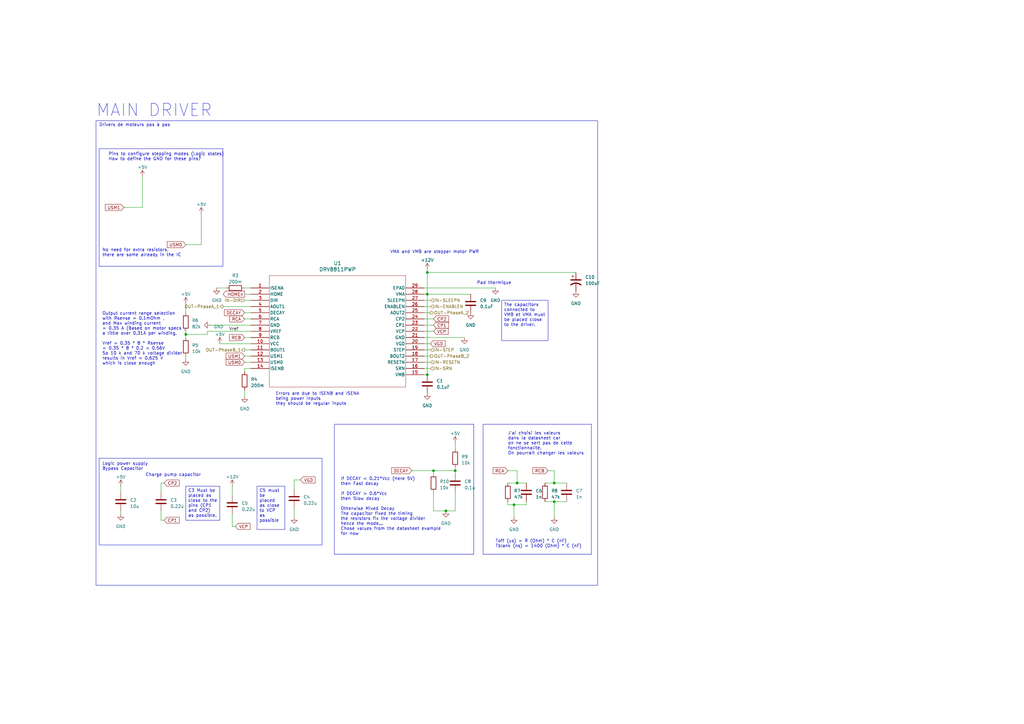
<source format=kicad_sch>
(kicad_sch (version 20230121) (generator eeschema)

  (uuid 1785718f-b972-453f-ada5-8be42755509b)

  (paper "A3")

  (lib_symbols
    (symbol "+5V_2" (power) (pin_names (offset 0)) (in_bom yes) (on_board yes)
      (property "Reference" "#PWR" (at 0 -3.81 0)
        (effects (font (size 1.27 1.27)) hide)
      )
      (property "Value" "+5V_2" (at 0 3.556 0)
        (effects (font (size 1.27 1.27)))
      )
      (property "Footprint" "" (at 0 0 0)
        (effects (font (size 1.27 1.27)) hide)
      )
      (property "Datasheet" "" (at 0 0 0)
        (effects (font (size 1.27 1.27)) hide)
      )
      (property "ki_keywords" "global power" (at 0 0 0)
        (effects (font (size 1.27 1.27)) hide)
      )
      (property "ki_description" "Power symbol creates a global label with name \"+5V\"" (at 0 0 0)
        (effects (font (size 1.27 1.27)) hide)
      )
      (symbol "+5V_2_0_1"
        (polyline
          (pts
            (xy -0.762 1.27)
            (xy 0 2.54)
          )
          (stroke (width 0) (type default))
          (fill (type none))
        )
        (polyline
          (pts
            (xy 0 0)
            (xy 0 2.54)
          )
          (stroke (width 0) (type default))
          (fill (type none))
        )
        (polyline
          (pts
            (xy 0 2.54)
            (xy 0.762 1.27)
          )
          (stroke (width 0) (type default))
          (fill (type none))
        )
      )
      (symbol "+5V_2_1_1"
        (pin power_in line (at 0 0 90) (length 0) hide
          (name "+5V" (effects (font (size 1.27 1.27))))
          (number "1" (effects (font (size 1.27 1.27))))
        )
      )
    )
    (symbol "+5V_3" (power) (pin_names (offset 0)) (in_bom yes) (on_board yes)
      (property "Reference" "#PWR" (at 0 -3.81 0)
        (effects (font (size 1.27 1.27)) hide)
      )
      (property "Value" "+5V_3" (at 0 3.556 0)
        (effects (font (size 1.27 1.27)))
      )
      (property "Footprint" "" (at 0 0 0)
        (effects (font (size 1.27 1.27)) hide)
      )
      (property "Datasheet" "" (at 0 0 0)
        (effects (font (size 1.27 1.27)) hide)
      )
      (property "ki_keywords" "global power" (at 0 0 0)
        (effects (font (size 1.27 1.27)) hide)
      )
      (property "ki_description" "Power symbol creates a global label with name \"+5V\"" (at 0 0 0)
        (effects (font (size 1.27 1.27)) hide)
      )
      (symbol "+5V_3_0_1"
        (polyline
          (pts
            (xy -0.762 1.27)
            (xy 0 2.54)
          )
          (stroke (width 0) (type default))
          (fill (type none))
        )
        (polyline
          (pts
            (xy 0 0)
            (xy 0 2.54)
          )
          (stroke (width 0) (type default))
          (fill (type none))
        )
        (polyline
          (pts
            (xy 0 2.54)
            (xy 0.762 1.27)
          )
          (stroke (width 0) (type default))
          (fill (type none))
        )
      )
      (symbol "+5V_3_1_1"
        (pin power_in line (at 0 0 90) (length 0) hide
          (name "+5V" (effects (font (size 1.27 1.27))))
          (number "1" (effects (font (size 1.27 1.27))))
        )
      )
    )
    (symbol "+5V_5" (power) (pin_names (offset 0)) (in_bom yes) (on_board yes)
      (property "Reference" "#PWR" (at 0 -3.81 0)
        (effects (font (size 1.27 1.27)) hide)
      )
      (property "Value" "+5V_5" (at 0 3.556 0)
        (effects (font (size 1.27 1.27)))
      )
      (property "Footprint" "" (at 0 0 0)
        (effects (font (size 1.27 1.27)) hide)
      )
      (property "Datasheet" "" (at 0 0 0)
        (effects (font (size 1.27 1.27)) hide)
      )
      (property "ki_keywords" "global power" (at 0 0 0)
        (effects (font (size 1.27 1.27)) hide)
      )
      (property "ki_description" "Power symbol creates a global label with name \"+5V\"" (at 0 0 0)
        (effects (font (size 1.27 1.27)) hide)
      )
      (symbol "+5V_5_0_1"
        (polyline
          (pts
            (xy -0.762 1.27)
            (xy 0 2.54)
          )
          (stroke (width 0) (type default))
          (fill (type none))
        )
        (polyline
          (pts
            (xy 0 0)
            (xy 0 2.54)
          )
          (stroke (width 0) (type default))
          (fill (type none))
        )
        (polyline
          (pts
            (xy 0 2.54)
            (xy 0.762 1.27)
          )
          (stroke (width 0) (type default))
          (fill (type none))
        )
      )
      (symbol "+5V_5_1_1"
        (pin power_in line (at 0 0 90) (length 0) hide
          (name "+5V" (effects (font (size 1.27 1.27))))
          (number "1" (effects (font (size 1.27 1.27))))
        )
      )
    )
    (symbol "Device:C" (pin_numbers hide) (pin_names (offset 0.254)) (in_bom yes) (on_board yes)
      (property "Reference" "C" (at 0.635 2.54 0)
        (effects (font (size 1.27 1.27)) (justify left))
      )
      (property "Value" "C" (at 0.635 -2.54 0)
        (effects (font (size 1.27 1.27)) (justify left))
      )
      (property "Footprint" "" (at 0.9652 -3.81 0)
        (effects (font (size 1.27 1.27)) hide)
      )
      (property "Datasheet" "~" (at 0 0 0)
        (effects (font (size 1.27 1.27)) hide)
      )
      (property "ki_keywords" "cap capacitor" (at 0 0 0)
        (effects (font (size 1.27 1.27)) hide)
      )
      (property "ki_description" "Unpolarized capacitor" (at 0 0 0)
        (effects (font (size 1.27 1.27)) hide)
      )
      (property "ki_fp_filters" "C_*" (at 0 0 0)
        (effects (font (size 1.27 1.27)) hide)
      )
      (symbol "C_0_1"
        (polyline
          (pts
            (xy -2.032 -0.762)
            (xy 2.032 -0.762)
          )
          (stroke (width 0.508) (type default))
          (fill (type none))
        )
        (polyline
          (pts
            (xy -2.032 0.762)
            (xy 2.032 0.762)
          )
          (stroke (width 0.508) (type default))
          (fill (type none))
        )
      )
      (symbol "C_1_1"
        (pin passive line (at 0 3.81 270) (length 2.794)
          (name "~" (effects (font (size 1.27 1.27))))
          (number "1" (effects (font (size 1.27 1.27))))
        )
        (pin passive line (at 0 -3.81 90) (length 2.794)
          (name "~" (effects (font (size 1.27 1.27))))
          (number "2" (effects (font (size 1.27 1.27))))
        )
      )
    )
    (symbol "Device:C_Polarized_US" (pin_numbers hide) (pin_names (offset 0.254) hide) (in_bom yes) (on_board yes)
      (property "Reference" "C" (at 0.635 2.54 0)
        (effects (font (size 1.27 1.27)) (justify left))
      )
      (property "Value" "C_Polarized_US" (at 0.635 -2.54 0)
        (effects (font (size 1.27 1.27)) (justify left))
      )
      (property "Footprint" "" (at 0 0 0)
        (effects (font (size 1.27 1.27)) hide)
      )
      (property "Datasheet" "~" (at 0 0 0)
        (effects (font (size 1.27 1.27)) hide)
      )
      (property "ki_keywords" "cap capacitor" (at 0 0 0)
        (effects (font (size 1.27 1.27)) hide)
      )
      (property "ki_description" "Polarized capacitor, US symbol" (at 0 0 0)
        (effects (font (size 1.27 1.27)) hide)
      )
      (property "ki_fp_filters" "CP_*" (at 0 0 0)
        (effects (font (size 1.27 1.27)) hide)
      )
      (symbol "C_Polarized_US_0_1"
        (polyline
          (pts
            (xy -2.032 0.762)
            (xy 2.032 0.762)
          )
          (stroke (width 0.508) (type default))
          (fill (type none))
        )
        (polyline
          (pts
            (xy -1.778 2.286)
            (xy -0.762 2.286)
          )
          (stroke (width 0) (type default))
          (fill (type none))
        )
        (polyline
          (pts
            (xy -1.27 1.778)
            (xy -1.27 2.794)
          )
          (stroke (width 0) (type default))
          (fill (type none))
        )
        (arc (start 2.032 -1.27) (mid 0 -0.5572) (end -2.032 -1.27)
          (stroke (width 0.508) (type default))
          (fill (type none))
        )
      )
      (symbol "C_Polarized_US_1_1"
        (pin passive line (at 0 3.81 270) (length 2.794)
          (name "~" (effects (font (size 1.27 1.27))))
          (number "1" (effects (font (size 1.27 1.27))))
        )
        (pin passive line (at 0 -3.81 90) (length 3.302)
          (name "~" (effects (font (size 1.27 1.27))))
          (number "2" (effects (font (size 1.27 1.27))))
        )
      )
    )
    (symbol "Device:R" (pin_numbers hide) (pin_names (offset 0)) (in_bom yes) (on_board yes)
      (property "Reference" "R" (at 2.032 0 90)
        (effects (font (size 1.27 1.27)))
      )
      (property "Value" "R" (at 0 0 90)
        (effects (font (size 1.27 1.27)))
      )
      (property "Footprint" "" (at -1.778 0 90)
        (effects (font (size 1.27 1.27)) hide)
      )
      (property "Datasheet" "~" (at 0 0 0)
        (effects (font (size 1.27 1.27)) hide)
      )
      (property "ki_keywords" "R res resistor" (at 0 0 0)
        (effects (font (size 1.27 1.27)) hide)
      )
      (property "ki_description" "Resistor" (at 0 0 0)
        (effects (font (size 1.27 1.27)) hide)
      )
      (property "ki_fp_filters" "R_*" (at 0 0 0)
        (effects (font (size 1.27 1.27)) hide)
      )
      (symbol "R_0_1"
        (rectangle (start -1.016 -2.54) (end 1.016 2.54)
          (stroke (width 0.254) (type default))
          (fill (type none))
        )
      )
      (symbol "R_1_1"
        (pin passive line (at 0 3.81 270) (length 1.27)
          (name "~" (effects (font (size 1.27 1.27))))
          (number "1" (effects (font (size 1.27 1.27))))
        )
        (pin passive line (at 0 -3.81 90) (length 1.27)
          (name "~" (effects (font (size 1.27 1.27))))
          (number "2" (effects (font (size 1.27 1.27))))
        )
      )
    )
    (symbol "GND_2" (power) (pin_names (offset 0)) (in_bom yes) (on_board yes)
      (property "Reference" "#PWR" (at 0 -6.35 0)
        (effects (font (size 1.27 1.27)) hide)
      )
      (property "Value" "GND_2" (at 0 -3.81 0)
        (effects (font (size 1.27 1.27)))
      )
      (property "Footprint" "" (at 0 0 0)
        (effects (font (size 1.27 1.27)) hide)
      )
      (property "Datasheet" "" (at 0 0 0)
        (effects (font (size 1.27 1.27)) hide)
      )
      (property "ki_keywords" "global power" (at 0 0 0)
        (effects (font (size 1.27 1.27)) hide)
      )
      (property "ki_description" "Power symbol creates a global label with name \"GND\" , ground" (at 0 0 0)
        (effects (font (size 1.27 1.27)) hide)
      )
      (symbol "GND_2_0_1"
        (polyline
          (pts
            (xy 0 0)
            (xy 0 -1.27)
            (xy 1.27 -1.27)
            (xy 0 -2.54)
            (xy -1.27 -1.27)
            (xy 0 -1.27)
          )
          (stroke (width 0) (type default))
          (fill (type none))
        )
      )
      (symbol "GND_2_1_1"
        (pin power_in line (at 0 0 270) (length 0) hide
          (name "GND" (effects (font (size 1.27 1.27))))
          (number "1" (effects (font (size 1.27 1.27))))
        )
      )
    )
    (symbol "PCM_2023-10-09_21-45-47:DRV8811PWP" (pin_names (offset 0.254)) (in_bom yes) (on_board yes)
      (property "Reference" "U" (at 35.56 10.16 0)
        (effects (font (size 1.524 1.524)))
      )
      (property "Value" "DRV8811PWP" (at 35.56 7.62 0)
        (effects (font (size 1.524 1.524)))
      )
      (property "Footprint" "PWP28_5P18X3P1" (at 0 0 0)
        (effects (font (size 1.27 1.27) italic) hide)
      )
      (property "Datasheet" "DRV8811PWP" (at 0 0 0)
        (effects (font (size 1.27 1.27) italic) hide)
      )
      (property "ki_locked" "" (at 0 0 0)
        (effects (font (size 1.27 1.27)))
      )
      (property "ki_keywords" "DRV8811PWP" (at 0 0 0)
        (effects (font (size 1.27 1.27)) hide)
      )
      (property "ki_fp_filters" "PWP28_5P18X3P1 PWP28_5P18X3P1-M PWP28_5P18X3P1-L" (at 0 0 0)
        (effects (font (size 1.27 1.27)) hide)
      )
      (symbol "DRV8811PWP_0_1"
        (polyline
          (pts
            (xy 7.62 -40.64)
            (xy 63.5 -40.64)
          )
          (stroke (width 0.127) (type default))
          (fill (type none))
        )
        (polyline
          (pts
            (xy 7.62 5.08)
            (xy 7.62 -40.64)
          )
          (stroke (width 0.127) (type default))
          (fill (type none))
        )
        (polyline
          (pts
            (xy 63.5 -40.64)
            (xy 63.5 5.08)
          )
          (stroke (width 0.127) (type default))
          (fill (type none))
        )
        (polyline
          (pts
            (xy 63.5 5.08)
            (xy 7.62 5.08)
          )
          (stroke (width 0.127) (type default))
          (fill (type none))
        )
        (pin power_in line (at 0 0 0) (length 7.62)
          (name "ISENA" (effects (font (size 1.27 1.27))))
          (number "1" (effects (font (size 1.27 1.27))))
        )
        (pin power_in line (at 0 -22.86 0) (length 7.62)
          (name "VCC" (effects (font (size 1.27 1.27))))
          (number "10" (effects (font (size 1.27 1.27))))
        )
        (pin output line (at 0 -25.4 0) (length 7.62)
          (name "BOUT1" (effects (font (size 1.27 1.27))))
          (number "11" (effects (font (size 1.27 1.27))))
        )
        (pin input line (at 0 -27.94 0) (length 7.62)
          (name "USM1" (effects (font (size 1.27 1.27))))
          (number "12" (effects (font (size 1.27 1.27))))
        )
        (pin input line (at 0 -30.48 0) (length 7.62)
          (name "USM0" (effects (font (size 1.27 1.27))))
          (number "13" (effects (font (size 1.27 1.27))))
        )
        (pin power_in line (at 0 -33.02 0) (length 7.62)
          (name "ISENB" (effects (font (size 1.27 1.27))))
          (number "14" (effects (font (size 1.27 1.27))))
        )
        (pin power_in line (at 71.12 -35.56 180) (length 7.62)
          (name "VMB" (effects (font (size 1.27 1.27))))
          (number "15" (effects (font (size 1.27 1.27))))
        )
        (pin input line (at 71.12 -33.02 180) (length 7.62)
          (name "SRN" (effects (font (size 1.27 1.27))))
          (number "16" (effects (font (size 1.27 1.27))))
        )
        (pin input line (at 71.12 -30.48 180) (length 7.62)
          (name "RESETN" (effects (font (size 1.27 1.27))))
          (number "17" (effects (font (size 1.27 1.27))))
        )
        (pin output line (at 71.12 -27.94 180) (length 7.62)
          (name "BOUT2" (effects (font (size 1.27 1.27))))
          (number "18" (effects (font (size 1.27 1.27))))
        )
        (pin input line (at 71.12 -25.4 180) (length 7.62)
          (name "STEP" (effects (font (size 1.27 1.27))))
          (number "19" (effects (font (size 1.27 1.27))))
        )
        (pin output line (at 0 -2.54 0) (length 7.62)
          (name "HOME" (effects (font (size 1.27 1.27))))
          (number "2" (effects (font (size 1.27 1.27))))
        )
        (pin bidirectional line (at 71.12 -22.86 180) (length 7.62)
          (name "VGD" (effects (font (size 1.27 1.27))))
          (number "20" (effects (font (size 1.27 1.27))))
        )
        (pin power_in line (at 71.12 -20.32 180) (length 7.62)
          (name "GND" (effects (font (size 1.27 1.27))))
          (number "21" (effects (font (size 1.27 1.27))))
        )
        (pin bidirectional line (at 71.12 -17.78 180) (length 7.62)
          (name "VCP" (effects (font (size 1.27 1.27))))
          (number "22" (effects (font (size 1.27 1.27))))
        )
        (pin bidirectional line (at 71.12 -15.24 180) (length 7.62)
          (name "CP1" (effects (font (size 1.27 1.27))))
          (number "23" (effects (font (size 1.27 1.27))))
        )
        (pin bidirectional line (at 71.12 -12.7 180) (length 7.62)
          (name "CP2" (effects (font (size 1.27 1.27))))
          (number "24" (effects (font (size 1.27 1.27))))
        )
        (pin output line (at 71.12 -10.16 180) (length 7.62)
          (name "AOUT2" (effects (font (size 1.27 1.27))))
          (number "25" (effects (font (size 1.27 1.27))))
        )
        (pin input line (at 71.12 -7.62 180) (length 7.62)
          (name "ENABLEN" (effects (font (size 1.27 1.27))))
          (number "26" (effects (font (size 1.27 1.27))))
        )
        (pin input line (at 71.12 -5.08 180) (length 7.62)
          (name "SLEEPN" (effects (font (size 1.27 1.27))))
          (number "27" (effects (font (size 1.27 1.27))))
        )
        (pin power_in line (at 71.12 -2.54 180) (length 7.62)
          (name "VMA" (effects (font (size 1.27 1.27))))
          (number "28" (effects (font (size 1.27 1.27))))
        )
        (pin unspecified line (at 71.12 0 180) (length 7.62)
          (name "EPAD" (effects (font (size 1.27 1.27))))
          (number "29" (effects (font (size 1.27 1.27))))
        )
        (pin input line (at 0 -5.08 0) (length 7.62)
          (name "DIR" (effects (font (size 1.27 1.27))))
          (number "3" (effects (font (size 1.27 1.27))))
        )
        (pin output line (at 0 -7.62 0) (length 7.62)
          (name "AOUT1" (effects (font (size 1.27 1.27))))
          (number "4" (effects (font (size 1.27 1.27))))
        )
        (pin input line (at 0 -10.16 0) (length 7.62)
          (name "DECAY" (effects (font (size 1.27 1.27))))
          (number "5" (effects (font (size 1.27 1.27))))
        )
        (pin input line (at 0 -12.7 0) (length 7.62)
          (name "RCA" (effects (font (size 1.27 1.27))))
          (number "6" (effects (font (size 1.27 1.27))))
        )
        (pin power_in line (at 0 -15.24 0) (length 7.62)
          (name "GND" (effects (font (size 1.27 1.27))))
          (number "7" (effects (font (size 1.27 1.27))))
        )
        (pin input line (at 0 -17.78 0) (length 7.62)
          (name "VREF" (effects (font (size 1.27 1.27))))
          (number "8" (effects (font (size 1.27 1.27))))
        )
        (pin input line (at 0 -20.32 0) (length 7.62)
          (name "RCB" (effects (font (size 1.27 1.27))))
          (number "9" (effects (font (size 1.27 1.27))))
        )
      )
    )
    (symbol "power:+12V" (power) (pin_names (offset 0)) (in_bom yes) (on_board yes)
      (property "Reference" "#PWR" (at 0 -3.81 0)
        (effects (font (size 1.27 1.27)) hide)
      )
      (property "Value" "+12V" (at 0 3.556 0)
        (effects (font (size 1.27 1.27)))
      )
      (property "Footprint" "" (at 0 0 0)
        (effects (font (size 1.27 1.27)) hide)
      )
      (property "Datasheet" "" (at 0 0 0)
        (effects (font (size 1.27 1.27)) hide)
      )
      (property "ki_keywords" "global power" (at 0 0 0)
        (effects (font (size 1.27 1.27)) hide)
      )
      (property "ki_description" "Power symbol creates a global label with name \"+12V\"" (at 0 0 0)
        (effects (font (size 1.27 1.27)) hide)
      )
      (symbol "+12V_0_1"
        (polyline
          (pts
            (xy -0.762 1.27)
            (xy 0 2.54)
          )
          (stroke (width 0) (type default))
          (fill (type none))
        )
        (polyline
          (pts
            (xy 0 0)
            (xy 0 2.54)
          )
          (stroke (width 0) (type default))
          (fill (type none))
        )
        (polyline
          (pts
            (xy 0 2.54)
            (xy 0.762 1.27)
          )
          (stroke (width 0) (type default))
          (fill (type none))
        )
      )
      (symbol "+12V_1_1"
        (pin power_in line (at 0 0 90) (length 0) hide
          (name "+12V" (effects (font (size 1.27 1.27))))
          (number "1" (effects (font (size 1.27 1.27))))
        )
      )
    )
    (symbol "power:GND" (power) (pin_names (offset 0)) (in_bom yes) (on_board yes)
      (property "Reference" "#PWR" (at 0 -6.35 0)
        (effects (font (size 1.27 1.27)) hide)
      )
      (property "Value" "GND" (at 0 -3.81 0)
        (effects (font (size 1.27 1.27)))
      )
      (property "Footprint" "" (at 0 0 0)
        (effects (font (size 1.27 1.27)) hide)
      )
      (property "Datasheet" "" (at 0 0 0)
        (effects (font (size 1.27 1.27)) hide)
      )
      (property "ki_keywords" "global power" (at 0 0 0)
        (effects (font (size 1.27 1.27)) hide)
      )
      (property "ki_description" "Power symbol creates a global label with name \"GND\" , ground" (at 0 0 0)
        (effects (font (size 1.27 1.27)) hide)
      )
      (symbol "GND_0_1"
        (polyline
          (pts
            (xy 0 0)
            (xy 0 -1.27)
            (xy 1.27 -1.27)
            (xy 0 -2.54)
            (xy -1.27 -1.27)
            (xy 0 -1.27)
          )
          (stroke (width 0) (type default))
          (fill (type none))
        )
      )
      (symbol "GND_1_1"
        (pin power_in line (at 0 0 270) (length 0) hide
          (name "GND" (effects (font (size 1.27 1.27))))
          (number "1" (effects (font (size 1.27 1.27))))
        )
      )
    )
  )

  (junction (at 212.09 198.12) (diameter 0) (color 0 0 0 0)
    (uuid 03bc4dd3-5ba0-46c2-9b64-6a9c6e865052)
  )
  (junction (at 227.33 205.74) (diameter 0) (color 0 0 0 0)
    (uuid 0f490d36-0ea6-4c5c-a719-aaf6b3f08e5f)
  )
  (junction (at 76.2 137.16) (diameter 0) (color 0 0 0 0)
    (uuid 2a723929-7c0b-46f0-ba27-eb6f0ffc4676)
  )
  (junction (at 175.26 153.67) (diameter 0) (color 0 0 0 0)
    (uuid 57b45aa1-24f1-42d1-a541-a9840ec523d5)
  )
  (junction (at 182.88 209.55) (diameter 0) (color 0 0 0 0)
    (uuid 5b4a8864-de23-4e49-8af6-1d2453598205)
  )
  (junction (at 227.33 198.12) (diameter 0) (color 0 0 0 0)
    (uuid 5bcddc9e-e1a6-488d-8ddd-0fec60787be9)
  )
  (junction (at 175.26 120.65) (diameter 0) (color 0 0 0 0)
    (uuid 655f0785-f205-422a-9c78-84b63166b5d7)
  )
  (junction (at 177.8 193.04) (diameter 0) (color 0 0 0 0)
    (uuid a187b083-936d-453c-89f5-8223515f68cb)
  )
  (junction (at 210.82 207.01) (diameter 0) (color 0 0 0 0)
    (uuid c3d24ab3-cf6d-421a-9ea2-53319a3c25fb)
  )
  (junction (at 175.26 111.76) (diameter 0) (color 0 0 0 0)
    (uuid d726b267-bf99-415b-adb8-1db85a4bb182)
  )
  (junction (at 186.69 193.04) (diameter 0) (color 0 0 0 0)
    (uuid f3d4c835-4365-4690-889e-cb0624a8e830)
  )

  (wire (pts (xy 100.33 130.81) (xy 102.87 130.81))
    (stroke (width 0) (type default))
    (uuid 03ab87c5-7314-4477-871a-496a82c64285)
  )
  (wire (pts (xy 100.33 148.59) (xy 102.87 148.59))
    (stroke (width 0) (type default))
    (uuid 09065d84-9fa7-4634-b539-52811d4c35e9)
  )
  (wire (pts (xy 100.33 120.65) (xy 102.87 120.65))
    (stroke (width 0) (type default))
    (uuid 0ed8425b-ebe4-4e1f-a054-02405b9c5c58)
  )
  (wire (pts (xy 175.26 111.76) (xy 175.26 120.65))
    (stroke (width 0) (type default))
    (uuid 1075a5b9-6146-4991-b573-a8dcd893c858)
  )
  (wire (pts (xy 173.99 143.51) (xy 176.53 143.51))
    (stroke (width 0) (type default))
    (uuid 14d4195f-85b0-463d-af5f-c45ddeb58d9f)
  )
  (wire (pts (xy 85.09 135.89) (xy 85.09 137.16))
    (stroke (width 0) (type default))
    (uuid 1bfd51ab-a35c-484b-960b-0d5016a4c83f)
  )
  (wire (pts (xy 173.99 140.97) (xy 176.53 140.97))
    (stroke (width 0) (type default))
    (uuid 1d57f0d2-b54e-4545-815b-2daa1a60a1b1)
  )
  (wire (pts (xy 76.2 137.16) (xy 76.2 138.43))
    (stroke (width 0) (type default))
    (uuid 1f2710c0-9b38-4dcd-84e7-4d023a7589b0)
  )
  (wire (pts (xy 173.99 128.27) (xy 176.53 128.27))
    (stroke (width 0) (type default))
    (uuid 24c4be31-7d7d-4413-9af6-1de521b188bf)
  )
  (wire (pts (xy 177.8 193.04) (xy 186.69 193.04))
    (stroke (width 0) (type default))
    (uuid 261adc5a-d36a-43db-ad5e-cdcc0f03149a)
  )
  (wire (pts (xy 100.33 146.05) (xy 102.87 146.05))
    (stroke (width 0) (type default))
    (uuid 2878f708-daab-4e15-9967-88cef6eecff5)
  )
  (wire (pts (xy 212.09 193.04) (xy 212.09 198.12))
    (stroke (width 0) (type default))
    (uuid 290dbded-5fe6-4434-85de-0b0336d716bc)
  )
  (wire (pts (xy 210.82 207.01) (xy 208.28 207.01))
    (stroke (width 0) (type default))
    (uuid 2ada1dbe-9ac4-41d3-9dac-7a20e9d848f2)
  )
  (wire (pts (xy 215.9 205.74) (xy 215.9 207.01))
    (stroke (width 0) (type default))
    (uuid 2c10161c-f6db-4cbb-a138-c686ea095577)
  )
  (wire (pts (xy 186.69 209.55) (xy 182.88 209.55))
    (stroke (width 0) (type default))
    (uuid 2cd61224-a986-4397-b8b2-b95f6e715df1)
  )
  (wire (pts (xy 173.99 148.59) (xy 176.53 148.59))
    (stroke (width 0) (type default))
    (uuid 2da67059-c224-48af-b4c4-97ef9ab0ee74)
  )
  (wire (pts (xy 208.28 193.04) (xy 212.09 193.04))
    (stroke (width 0) (type default))
    (uuid 2e237882-5561-4927-8da5-f768390f3ade)
  )
  (wire (pts (xy 90.17 140.97) (xy 102.87 140.97))
    (stroke (width 0) (type default))
    (uuid 3076a054-4e4a-4f62-b3a0-c1bc83c04429)
  )
  (wire (pts (xy 208.28 207.01) (xy 208.28 205.74))
    (stroke (width 0) (type default))
    (uuid 30f91581-271d-436e-9e14-2c18bde2d99e)
  )
  (wire (pts (xy 186.69 193.04) (xy 186.69 194.31))
    (stroke (width 0) (type default))
    (uuid 38dc0356-7181-4dcf-84b0-50142a51cc57)
  )
  (wire (pts (xy 173.99 133.35) (xy 177.8 133.35))
    (stroke (width 0) (type default))
    (uuid 42a16ad0-97bc-448e-a6cf-9ecd95b45278)
  )
  (wire (pts (xy 120.65 196.85) (xy 120.65 200.66))
    (stroke (width 0) (type default))
    (uuid 42e48638-e871-4bde-a097-234f94bab4a9)
  )
  (wire (pts (xy 173.99 130.81) (xy 177.8 130.81))
    (stroke (width 0) (type default))
    (uuid 437a5bc2-617f-430b-a5ac-6b1ee131745b)
  )
  (wire (pts (xy 175.26 111.76) (xy 236.22 111.76))
    (stroke (width 0) (type default))
    (uuid 49785ef3-f84c-40d9-a774-779ea508580e)
  )
  (wire (pts (xy 223.52 198.12) (xy 227.33 198.12))
    (stroke (width 0) (type default))
    (uuid 4b4c9175-1587-4a6d-ab19-4682bcfd8ecf)
  )
  (wire (pts (xy 49.53 199.39) (xy 49.53 201.93))
    (stroke (width 0) (type default))
    (uuid 4b91dee8-f7fa-42ab-a9fa-0c52a1172e3d)
  )
  (wire (pts (xy 173.99 146.05) (xy 176.53 146.05))
    (stroke (width 0) (type default))
    (uuid 4ec5b1ad-6701-4d90-af70-23ce71103412)
  )
  (wire (pts (xy 168.91 193.04) (xy 177.8 193.04))
    (stroke (width 0) (type default))
    (uuid 550de748-fdca-4501-9b96-f0703349bc3b)
  )
  (wire (pts (xy 227.33 205.74) (xy 232.41 205.74))
    (stroke (width 0) (type default))
    (uuid 553514ad-ffe3-461e-a8fd-b38d52231a8b)
  )
  (wire (pts (xy 177.8 209.55) (xy 182.88 209.55))
    (stroke (width 0) (type default))
    (uuid 567fa3c7-b0f2-4945-b534-f1ec9e368730)
  )
  (wire (pts (xy 91.44 125.73) (xy 102.87 125.73))
    (stroke (width 0) (type default))
    (uuid 5900ef09-2bab-42b4-a434-f4b0a8a559ec)
  )
  (wire (pts (xy 177.8 201.93) (xy 177.8 209.55))
    (stroke (width 0) (type default))
    (uuid 61d6fd78-51a0-4705-8d8c-6f42a10e52e6)
  )
  (wire (pts (xy 186.69 181.61) (xy 186.69 184.15))
    (stroke (width 0) (type default))
    (uuid 61e8fc82-d2a2-4195-aa92-cf1eb5a0290c)
  )
  (wire (pts (xy 86.36 133.35) (xy 102.87 133.35))
    (stroke (width 0) (type default))
    (uuid 65df3f7c-95cd-46e5-aeb4-ebace47d1a81)
  )
  (wire (pts (xy 208.28 198.12) (xy 212.09 198.12))
    (stroke (width 0) (type default))
    (uuid 660aa97d-6165-4d6b-ba7b-3e56f4e59716)
  )
  (wire (pts (xy 95.25 210.82) (xy 95.25 215.9))
    (stroke (width 0) (type default))
    (uuid 6630223c-10b7-4e01-8fa8-470f74e4bb59)
  )
  (wire (pts (xy 173.99 120.65) (xy 175.26 120.65))
    (stroke (width 0) (type default))
    (uuid 6813d940-6568-480a-82f2-0d6fd5737789)
  )
  (wire (pts (xy 175.26 120.65) (xy 193.04 120.65))
    (stroke (width 0) (type default))
    (uuid 6870ae53-8ffe-499a-9b45-c8a4115a08f9)
  )
  (wire (pts (xy 66.04 209.55) (xy 66.04 213.36))
    (stroke (width 0) (type default))
    (uuid 688ec602-68d9-44bb-9707-eb06d935d471)
  )
  (wire (pts (xy 85.09 137.16) (xy 76.2 137.16))
    (stroke (width 0) (type default))
    (uuid 6a49ab06-7f07-4ef3-9f48-aed0903a05a7)
  )
  (wire (pts (xy 175.26 110.49) (xy 175.26 111.76))
    (stroke (width 0) (type default))
    (uuid 6c8e81e5-9137-44df-8c18-03299c6216ba)
  )
  (wire (pts (xy 95.25 215.9) (xy 96.52 215.9))
    (stroke (width 0) (type default))
    (uuid 6ec0fe9f-c9e5-4c97-95fb-9617a846170b)
  )
  (wire (pts (xy 186.69 201.93) (xy 186.69 209.55))
    (stroke (width 0) (type default))
    (uuid 6ee6f754-1c40-4906-9c58-abb00179185b)
  )
  (wire (pts (xy 76.2 100.33) (xy 82.55 100.33))
    (stroke (width 0) (type default))
    (uuid 6f67eee8-55c8-40dd-85c4-ad3e018c82c9)
  )
  (wire (pts (xy 173.99 153.67) (xy 175.26 153.67))
    (stroke (width 0) (type default))
    (uuid 7450de6c-81d5-4bbc-8bd6-662b6d43a5b3)
  )
  (wire (pts (xy 58.42 85.09) (xy 50.8 85.09))
    (stroke (width 0) (type default))
    (uuid 7bc7ce54-6288-4581-8303-7b175c6f437d)
  )
  (wire (pts (xy 58.42 72.39) (xy 58.42 85.09))
    (stroke (width 0) (type default))
    (uuid 7d41a0a6-1c01-4ca9-bcd7-7cb8e93e8b45)
  )
  (wire (pts (xy 66.04 198.12) (xy 66.04 201.93))
    (stroke (width 0) (type default))
    (uuid 8064487a-99e1-4ead-949e-b20a4b90b702)
  )
  (wire (pts (xy 173.99 125.73) (xy 176.53 125.73))
    (stroke (width 0) (type default))
    (uuid 80d3430b-5993-4727-a8e8-257880aa71d8)
  )
  (wire (pts (xy 210.82 212.09) (xy 210.82 207.01))
    (stroke (width 0) (type default))
    (uuid 8164ff42-039e-4f0d-9295-c097322301c3)
  )
  (wire (pts (xy 100.33 123.19) (xy 102.87 123.19))
    (stroke (width 0) (type default))
    (uuid 8990dc0f-92f0-4fe8-891f-cab73571dbc6)
  )
  (wire (pts (xy 76.2 146.05) (xy 76.2 147.32))
    (stroke (width 0) (type default))
    (uuid 8cb6080f-2e97-430a-879c-21024d4617c4)
  )
  (wire (pts (xy 215.9 207.01) (xy 210.82 207.01))
    (stroke (width 0) (type default))
    (uuid 8d479f1e-0c8b-4dfc-b174-ac07e0c23add)
  )
  (wire (pts (xy 100.33 128.27) (xy 102.87 128.27))
    (stroke (width 0) (type default))
    (uuid 95b122ba-63be-49fb-938b-3df65a732801)
  )
  (wire (pts (xy 123.19 196.85) (xy 120.65 196.85))
    (stroke (width 0) (type default))
    (uuid 97d10ea6-0962-497a-aed9-341ede5fde27)
  )
  (wire (pts (xy 76.2 124.46) (xy 76.2 128.27))
    (stroke (width 0) (type default))
    (uuid 99c63aa9-746a-4f94-9faf-08c4030afee7)
  )
  (wire (pts (xy 173.99 123.19) (xy 176.53 123.19))
    (stroke (width 0) (type default))
    (uuid 9c98fdc5-7443-4dfe-b199-a408a6b10d20)
  )
  (wire (pts (xy 66.04 213.36) (xy 67.31 213.36))
    (stroke (width 0) (type default))
    (uuid 9f2385ca-6a7b-44b4-abf3-52bfa06851c2)
  )
  (wire (pts (xy 227.33 205.74) (xy 227.33 212.09))
    (stroke (width 0) (type default))
    (uuid a2659443-b619-44dd-9ff9-4d7e1cc1aa1b)
  )
  (wire (pts (xy 88.9 118.11) (xy 92.71 118.11))
    (stroke (width 0) (type default))
    (uuid a4061dcd-c498-4ed0-afd0-bcd209c0246f)
  )
  (wire (pts (xy 76.2 135.89) (xy 76.2 137.16))
    (stroke (width 0) (type default))
    (uuid a44b2bf5-3ee4-429f-9512-f1cb6c7b1c5a)
  )
  (wire (pts (xy 67.31 198.12) (xy 66.04 198.12))
    (stroke (width 0) (type default))
    (uuid aa614eeb-66ce-4957-be3b-f84e0c7ceb33)
  )
  (wire (pts (xy 223.52 205.74) (xy 227.33 205.74))
    (stroke (width 0) (type default))
    (uuid b31f7d3c-d123-441f-8ed4-c6a01f61af6c)
  )
  (wire (pts (xy 82.55 87.63) (xy 82.55 100.33))
    (stroke (width 0) (type default))
    (uuid b3b051f4-9a9c-4c9f-b209-3a11f9593bf3)
  )
  (wire (pts (xy 227.33 193.04) (xy 227.33 198.12))
    (stroke (width 0) (type default))
    (uuid b5fa0e94-4d5e-49c4-9744-6d449f8c6539)
  )
  (wire (pts (xy 173.99 135.89) (xy 177.8 135.89))
    (stroke (width 0) (type default))
    (uuid bf3615dc-0a9c-46bd-98bf-030edffe9ee6)
  )
  (wire (pts (xy 212.09 198.12) (xy 215.9 198.12))
    (stroke (width 0) (type default))
    (uuid c1a15df5-cdf3-40aa-afa1-1d992d96d071)
  )
  (wire (pts (xy 227.33 198.12) (xy 232.41 198.12))
    (stroke (width 0) (type default))
    (uuid c666c782-a777-4902-b1d6-e3f69b9d7dbc)
  )
  (wire (pts (xy 100.33 160.02) (xy 100.33 162.56))
    (stroke (width 0) (type default))
    (uuid c7c8fe6b-9ca2-42e7-88d6-ada5d4dfc45a)
  )
  (wire (pts (xy 102.87 151.13) (xy 100.33 151.13))
    (stroke (width 0) (type default))
    (uuid cd6f251b-2f18-4d32-9cec-dba7763c3eed)
  )
  (wire (pts (xy 173.99 118.11) (xy 203.2 118.11))
    (stroke (width 0) (type default))
    (uuid d2d4f35d-b3fc-4a59-a0e3-05532575676f)
  )
  (wire (pts (xy 102.87 135.89) (xy 85.09 135.89))
    (stroke (width 0) (type default))
    (uuid da5e0557-31fe-4044-bb07-ab8cc66e565a)
  )
  (wire (pts (xy 120.65 208.28) (xy 120.65 212.09))
    (stroke (width 0) (type default))
    (uuid db7f4cc1-86da-478a-827e-6ee628a7f1be)
  )
  (wire (pts (xy 100.33 143.51) (xy 102.87 143.51))
    (stroke (width 0) (type default))
    (uuid dbab5d04-e6be-4a2f-992b-94cc26f91d44)
  )
  (wire (pts (xy 100.33 118.11) (xy 102.87 118.11))
    (stroke (width 0) (type default))
    (uuid dbf7ddb5-6efe-464d-9189-82af2cb00ba4)
  )
  (wire (pts (xy 173.99 151.13) (xy 176.53 151.13))
    (stroke (width 0) (type default))
    (uuid e0c04bec-3d7a-40e1-8dff-0832e79d180f)
  )
  (wire (pts (xy 224.79 193.04) (xy 227.33 193.04))
    (stroke (width 0) (type default))
    (uuid e3ed0802-d2b2-4626-b9b6-6d20d86057e9)
  )
  (wire (pts (xy 100.33 151.13) (xy 100.33 152.4))
    (stroke (width 0) (type default))
    (uuid e60c9e28-46e0-4740-82d5-b02ec957b2e6)
  )
  (wire (pts (xy 186.69 191.77) (xy 186.69 193.04))
    (stroke (width 0) (type default))
    (uuid e6e8cc8f-9b74-4f13-97f8-328f1c25bebb)
  )
  (wire (pts (xy 49.53 209.55) (xy 49.53 210.82))
    (stroke (width 0) (type default))
    (uuid e7e19c2f-4e6b-4f22-bd4d-fc6b5c352ecd)
  )
  (wire (pts (xy 95.25 199.39) (xy 95.25 203.2))
    (stroke (width 0) (type default))
    (uuid ebfbc983-e0a5-4920-9505-1d8caa3613b9)
  )
  (wire (pts (xy 177.8 193.04) (xy 177.8 194.31))
    (stroke (width 0) (type default))
    (uuid ec056a65-eb91-40c5-a351-8917bbf8e516)
  )
  (wire (pts (xy 100.33 138.43) (xy 102.87 138.43))
    (stroke (width 0) (type default))
    (uuid f3cc90bc-0ad1-46b4-aa99-529e64d5a1fd)
  )
  (wire (pts (xy 175.26 120.65) (xy 175.26 153.67))
    (stroke (width 0) (type default))
    (uuid f63f2e45-1b6d-4a3a-92f7-434627c904fb)
  )
  (wire (pts (xy 173.99 138.43) (xy 190.5 138.43))
    (stroke (width 0) (type default))
    (uuid f75c3c01-b1b2-4edd-ac85-25f9210c86a1)
  )

  (rectangle (start 40.64 60.96) (end 91.44 109.22)
    (stroke (width 0) (type default))
    (fill (type none))
    (uuid 1e74c2dd-3029-47ab-9d74-2c6142d0ef27)
  )
  (rectangle (start 137.16 173.99) (end 194.31 227.33)
    (stroke (width 0) (type default))
    (fill (type none))
    (uuid 2144ddd4-1bc9-4abe-ac42-327e4d83bd4d)
  )
  (rectangle (start 198.12 173.99) (end 242.57 227.33)
    (stroke (width 0) (type default))
    (fill (type none))
    (uuid 817d40fc-e1d9-4a20-8ecf-3e7a57393518)
  )
  (rectangle (start 40.64 187.96) (end 132.08 223.52)
    (stroke (width 0) (type default))
    (fill (type none))
    (uuid 9d028c5e-da82-4ee1-9172-d30e63e943e9)
  )
  (rectangle (start 39.37 49.53) (end 245.11 240.03)
    (stroke (width 0) (type default))
    (fill (type none))
    (uuid a1c31690-928e-4294-b147-ae8ec1dfc5d5)
  )

  (text_box "The capacitors connected to VMB et VMA must be placed close to the driver."
    (at 205.74 123.19 0) (size 19.05 16.51)
    (stroke (width 0) (type default))
    (fill (type none))
    (effects (font (size 1.27 1.27)) (justify left top))
    (uuid 0f5d3b03-6307-4b8b-95fd-f4c335590b10)
  )
  (text_box "C5 must be placed as close to VCP as possible"
    (at 105.41 199.39 0) (size 11.43 17.78)
    (stroke (width 0) (type default))
    (fill (type none))
    (effects (font (size 1.27 1.27)) (justify left top))
    (uuid 3e186b5c-861c-4f65-9c94-c3e931794c2a)
  )
  (text_box "C3 Must be placed as close to the pins (CP1 and CP2) as possible."
    (at 76.2 199.39 0) (size 13.97 13.97)
    (stroke (width 0) (type default))
    (fill (type none))
    (effects (font (size 1.27 1.27)) (justify left top))
    (uuid e1d40b0e-1e18-43ac-85aa-5154ccdfc2ba)
  )

  (text "Output current range selection \nwith Rsense = 0.1mOhm , \nand Max winding current\n= 0.35 A (Based on motor specs ,\na little over 0.31A per winding.\n\nVref = 0.35 * 8 * Rsense \n= 0.35 * 8 * 0.2 = 0.56V\nSo 10 k and 70 k voltage divider\nresults in Vref = 0.625 V\nwhich is close enough\n"
    (at 41.91 149.86 0)
    (effects (font (size 1.27 1.27)) (justify left bottom))
    (uuid 084d0aeb-d1b2-4bb0-a4a7-182b3a09282b)
  )
  (text "If DECAY < 0.21*Vcc (Here 5V)\nthen Fast decay \n\nIf DECAY > 0.6*Vcc \nthen Slow decay\n\nOtherwise Mixed Decay\nThe capacitor fixed the timing\nthe resistors fix the voltage divider\nhence the mode...\nChose values from the datasheet example\nfor now"
    (at 139.7 219.71 0)
    (effects (font (size 1.27 1.27)) (justify left bottom))
    (uuid 10231560-207a-4b4b-afb4-654e38faf23b)
  )
  (text "VMA and VMB are stepper motor PWR\n" (at 160.02 104.14 0)
    (effects (font (size 1.27 1.27)) (justify left bottom))
    (uuid 2a98f093-42c8-4633-a5ff-4c12099af127)
  )
  (text "Logic power supply\nBypass Capacitor" (at 41.91 193.04 0)
    (effects (font (size 1.27 1.27)) (justify left bottom))
    (uuid 3ca73389-b51d-41ba-97aa-083b724ee47b)
  )
  (text "Pins to configure stepping modes (Logic states)\nHow to define the GND for these pins?"
    (at 44.45 66.04 0)
    (effects (font (size 1.27 1.27)) (justify left bottom))
    (uuid 4f9b42ad-fbef-4142-ba8d-291208d38d75)
  )
  (text "Charge pump capacitor" (at 59.69 195.58 0)
    (effects (font (size 1.27 1.27)) (justify left bottom))
    (uuid 8096e5ff-02aa-4113-aa68-37455c7caa42)
  )
  (text "Errors are due to ISENB and ISENA\nbeing power inputs\nthey should be regular inputs"
    (at 113.03 166.37 0)
    (effects (font (size 1.27 1.27)) (justify left bottom))
    (uuid 99bf7ca6-2181-435c-a978-ad8511ddd6d2)
  )
  (text "Toff (us) = R (Ohm) * C (nF)\nTblank (ns) = 1400 (Ohm) * C (nF)"
    (at 203.2 224.79 0)
    (effects (font (size 1.27 1.27)) (justify left bottom))
    (uuid a288fa77-8bf3-491d-beb6-c63fcb9f47ca)
  )
  (text "No need for extra resistors, \nthere are some already in the IC\n"
    (at 41.91 105.41 0)
    (effects (font (size 1.27 1.27)) (justify left bottom))
    (uuid b3b073f0-23f6-4a1e-bbb5-3ac768354f12)
  )
  (text "Pad thermique" (at 195.58 116.84 0)
    (effects (font (size 1.27 1.27)) (justify left bottom))
    (uuid d1dae182-f87f-4ab4-9b82-2685e9a462aa)
  )
  (text "MAIN DRIVER" (at 39.37 48.26 0)
    (effects (font (size 5 5)) (justify left bottom))
    (uuid d6e6b984-1d3d-45f0-8465-ed49aff8cc0e)
  )
  (text "J'ai choisi les valeurs \ndans la datasheet car\non ne se sert pas de cette\nfonctionnalité.\nOn pourrait changer les valeurs"
    (at 208.28 186.69 0)
    (effects (font (size 1.27 1.27)) (justify left bottom))
    (uuid e41814b4-4577-4034-baef-e7509abd0949)
  )
  (text "Drivers de moteurs pas à pas\n" (at 40.64 52.07 0)
    (effects (font (size 1.27 1.27)) (justify left bottom))
    (uuid e4e8aa1f-b77f-4168-a9f5-ef02ca39c070)
  )

  (label "Vref" (at 93.98 135.89 0) (fields_autoplaced)
    (effects (font (size 1.27 1.27)) (justify left bottom))
    (uuid 214899eb-a5ad-46a8-90e4-5f971ca10bad)
  )

  (global_label "VCP" (shape input) (at 177.8 135.89 0) (fields_autoplaced)
    (effects (font (size 1.27 1.27)) (justify left))
    (uuid 03001fc7-f5c0-49b5-9e99-7fc3a7324dd8)
    (property "Intersheetrefs" "${INTERSHEET_REFS}" (at 184.3344 135.89 0)
      (effects (font (size 1.27 1.27)) (justify left) hide)
    )
  )
  (global_label "USM1" (shape input) (at 50.8 85.09 180) (fields_autoplaced)
    (effects (font (size 1.27 1.27)) (justify right))
    (uuid 0fbf9363-97e6-4a72-8ff0-efa266e42da1)
    (property "Intersheetrefs" "${INTERSHEET_REFS}" (at 42.6933 85.09 0)
      (effects (font (size 1.27 1.27)) (justify right) hide)
    )
  )
  (global_label "VGD" (shape input) (at 123.19 196.85 0) (fields_autoplaced)
    (effects (font (size 1.27 1.27)) (justify left))
    (uuid 1726d41c-65fe-4b9d-87f3-29408cd43407)
    (property "Intersheetrefs" "${INTERSHEET_REFS}" (at 129.7244 196.85 0)
      (effects (font (size 1.27 1.27)) (justify left) hide)
    )
  )
  (global_label "DECAY" (shape input) (at 168.91 193.04 180) (fields_autoplaced)
    (effects (font (size 1.27 1.27)) (justify right))
    (uuid 1ac99a9f-2ac3-4cd6-879a-8cef91858eff)
    (property "Intersheetrefs" "${INTERSHEET_REFS}" (at 160.138 193.04 0)
      (effects (font (size 1.27 1.27)) (justify right) hide)
    )
  )
  (global_label "DECAY" (shape input) (at 100.33 128.27 180) (fields_autoplaced)
    (effects (font (size 1.27 1.27)) (justify right))
    (uuid 26a54c74-f7b5-4ca1-8618-c45922dcd6b8)
    (property "Intersheetrefs" "${INTERSHEET_REFS}" (at 91.558 128.27 0)
      (effects (font (size 1.27 1.27)) (justify right) hide)
    )
  )
  (global_label "RCA" (shape input) (at 208.28 193.04 180) (fields_autoplaced)
    (effects (font (size 1.27 1.27)) (justify right))
    (uuid 304664af-9a84-43e0-b4fe-b6b333bfe757)
    (property "Intersheetrefs" "${INTERSHEET_REFS}" (at 201.7456 193.04 0)
      (effects (font (size 1.27 1.27)) (justify right) hide)
    )
  )
  (global_label "USM0" (shape input) (at 100.33 148.59 180) (fields_autoplaced)
    (effects (font (size 1.27 1.27)) (justify right))
    (uuid 30d9afb9-fa29-49af-8b30-1009929f36b0)
    (property "Intersheetrefs" "${INTERSHEET_REFS}" (at 92.2233 148.59 0)
      (effects (font (size 1.27 1.27)) (justify right) hide)
    )
  )
  (global_label "VCP" (shape input) (at 96.52 215.9 0) (fields_autoplaced)
    (effects (font (size 1.27 1.27)) (justify left))
    (uuid 52a80f02-3a03-4939-bb10-3425eea02a48)
    (property "Intersheetrefs" "${INTERSHEET_REFS}" (at 103.0544 215.9 0)
      (effects (font (size 1.27 1.27)) (justify left) hide)
    )
  )
  (global_label "CP1" (shape input) (at 67.31 213.36 0) (fields_autoplaced)
    (effects (font (size 1.27 1.27)) (justify left))
    (uuid 59c7c2de-e068-4367-b570-d58f6c5193c4)
    (property "Intersheetrefs" "${INTERSHEET_REFS}" (at 73.9653 213.36 0)
      (effects (font (size 1.27 1.27)) (justify left) hide)
    )
  )
  (global_label "CP2" (shape input) (at 67.31 198.12 0) (fields_autoplaced)
    (effects (font (size 1.27 1.27)) (justify left))
    (uuid 66e79d3a-9da1-4fd3-b2dd-7876770b45a2)
    (property "Intersheetrefs" "${INTERSHEET_REFS}" (at 73.9653 198.12 0)
      (effects (font (size 1.27 1.27)) (justify left) hide)
    )
  )
  (global_label "CP2" (shape input) (at 177.8 130.81 0) (fields_autoplaced)
    (effects (font (size 1.27 1.27)) (justify left))
    (uuid 794df576-49c6-4c16-8170-050ab093ceeb)
    (property "Intersheetrefs" "${INTERSHEET_REFS}" (at 184.4553 130.81 0)
      (effects (font (size 1.27 1.27)) (justify left) hide)
    )
  )
  (global_label "HOMEn" (shape output) (at 100.33 120.65 180) (fields_autoplaced)
    (effects (font (size 1.27 1.27)) (justify right))
    (uuid 97121ea2-6620-4f0e-b12e-589cc0cd8828)
    (property "Intersheetrefs" "${INTERSHEET_REFS}" (at 91.0138 120.65 0)
      (effects (font (size 1.27 1.27)) (justify right) hide)
    )
  )
  (global_label "RCA" (shape input) (at 100.33 130.81 180) (fields_autoplaced)
    (effects (font (size 1.27 1.27)) (justify right))
    (uuid a38f2950-cc53-4df5-ab1f-8badad60e8db)
    (property "Intersheetrefs" "${INTERSHEET_REFS}" (at 93.7956 130.81 0)
      (effects (font (size 1.27 1.27)) (justify right) hide)
    )
  )
  (global_label "RCB" (shape input) (at 224.79 193.04 180) (fields_autoplaced)
    (effects (font (size 1.27 1.27)) (justify right))
    (uuid cd1e9c21-b88d-4430-9498-e494776157b5)
    (property "Intersheetrefs" "${INTERSHEET_REFS}" (at 218.0742 193.04 0)
      (effects (font (size 1.27 1.27)) (justify right) hide)
    )
  )
  (global_label "VGD" (shape input) (at 176.53 140.97 0) (fields_autoplaced)
    (effects (font (size 1.27 1.27)) (justify left))
    (uuid d61748b5-7659-4168-87ac-1a0df1dd3d9e)
    (property "Intersheetrefs" "${INTERSHEET_REFS}" (at 183.0644 140.97 0)
      (effects (font (size 1.27 1.27)) (justify left) hide)
    )
  )
  (global_label "RCB" (shape input) (at 100.33 138.43 180) (fields_autoplaced)
    (effects (font (size 1.27 1.27)) (justify right))
    (uuid ddc71028-3b22-43f6-9c0c-6fa6e15154ad)
    (property "Intersheetrefs" "${INTERSHEET_REFS}" (at 93.6142 138.43 0)
      (effects (font (size 1.27 1.27)) (justify right) hide)
    )
  )
  (global_label "CP1" (shape input) (at 177.8 133.35 0) (fields_autoplaced)
    (effects (font (size 1.27 1.27)) (justify left))
    (uuid e3732d78-0066-4126-903a-23ad8ea6e810)
    (property "Intersheetrefs" "${INTERSHEET_REFS}" (at 184.4553 133.35 0)
      (effects (font (size 1.27 1.27)) (justify left) hide)
    )
  )
  (global_label "USM0" (shape input) (at 76.2 100.33 180) (fields_autoplaced)
    (effects (font (size 1.27 1.27)) (justify right))
    (uuid efa5422a-4e3f-484d-ba26-e91eee6cb4d8)
    (property "Intersheetrefs" "${INTERSHEET_REFS}" (at 68.0933 100.33 0)
      (effects (font (size 1.27 1.27)) (justify right) hide)
    )
  )
  (global_label "USM1" (shape input) (at 100.33 146.05 180) (fields_autoplaced)
    (effects (font (size 1.27 1.27)) (justify right))
    (uuid face4754-85d7-40bb-8808-c6e868cea5b4)
    (property "Intersheetrefs" "${INTERSHEET_REFS}" (at 92.2233 146.05 0)
      (effects (font (size 1.27 1.27)) (justify right) hide)
    )
  )

  (hierarchical_label "IN-DIR" (shape input) (at 100.33 123.19 180) (fields_autoplaced)
    (effects (font (size 1.27 1.27)) (justify right))
    (uuid 110a7b5b-d80f-4b35-8364-8764e14d5772)
  )
  (hierarchical_label "OUT-PhaseB_2" (shape output) (at 176.53 146.05 0) (fields_autoplaced)
    (effects (font (size 1.27 1.27)) (justify left))
    (uuid 56967be8-a608-449d-8316-b003915d55fb)
  )
  (hierarchical_label "OUT-PhaseA_1" (shape output) (at 91.44 125.73 180) (fields_autoplaced)
    (effects (font (size 1.27 1.27)) (justify right))
    (uuid 57218a97-39ea-41b6-a093-c8f7b6cc70ff)
  )
  (hierarchical_label "IN-ENABLEN" (shape input) (at 176.53 125.73 0) (fields_autoplaced)
    (effects (font (size 1.27 1.27)) (justify left))
    (uuid 601527aa-6f38-48bc-a121-e143187210e1)
  )
  (hierarchical_label "IN-STEP" (shape input) (at 176.53 143.51 0) (fields_autoplaced)
    (effects (font (size 1.27 1.27)) (justify left))
    (uuid 63aa7921-fec5-4c8e-b435-d9fa9594cca1)
  )
  (hierarchical_label "IN-RESETN" (shape input) (at 176.53 148.59 0) (fields_autoplaced)
    (effects (font (size 1.27 1.27)) (justify left))
    (uuid 7497c2ce-68f7-4eb1-9b0d-de0f9717dd51)
  )
  (hierarchical_label "IN-SRN" (shape input) (at 176.53 151.13 0) (fields_autoplaced)
    (effects (font (size 1.27 1.27)) (justify left))
    (uuid 8bd84f59-9411-4abc-849f-891e51273c5d)
  )
  (hierarchical_label "OUT-PhaseB_1" (shape output) (at 100.33 143.51 180) (fields_autoplaced)
    (effects (font (size 1.27 1.27)) (justify right))
    (uuid 982dde49-8f08-487f-b63f-fb5d7db24549)
  )
  (hierarchical_label "OUT-PhaseA_2" (shape output) (at 176.53 128.27 0) (fields_autoplaced)
    (effects (font (size 1.27 1.27)) (justify left))
    (uuid c50ca0ca-7746-4299-9d5d-790c7820d05f)
  )
  (hierarchical_label "IN-SLEEPN" (shape input) (at 176.53 123.19 0) (fields_autoplaced)
    (effects (font (size 1.27 1.27)) (justify left))
    (uuid f5cf0295-8ffc-4360-8bcf-cae910b12197)
  )

  (symbol (lib_id "Device:R") (at 96.52 118.11 90) (unit 1)
    (in_bom yes) (on_board yes) (dnp no) (fields_autoplaced)
    (uuid 04761943-386a-4cf5-83c0-bec56f7ad84b)
    (property "Reference" "R3" (at 96.52 113.03 90)
      (effects (font (size 1.27 1.27)))
    )
    (property "Value" "200m" (at 96.52 115.57 90)
      (effects (font (size 1.27 1.27)))
    )
    (property "Footprint" "Resistor_SMD:R_0805_2012Metric_Pad1.20x1.40mm_HandSolder" (at 96.52 119.888 90)
      (effects (font (size 1.27 1.27)) hide)
    )
    (property "Datasheet" "Current Sensing Resistor" (at 96.52 118.11 0)
      (effects (font (size 1.27 1.27)) hide)
    )
    (pin "1" (uuid c1ce9fd5-129b-4e5c-aca9-80d26fdbab7f))
    (pin "2" (uuid 3fe66e0e-da6d-4911-86f0-ab2ea6e3a6cd))
    (instances
      (project "Top_level_schematic"
        (path "/dd37a13e-a7bc-4ed0-8670-e6e06006f079"
          (reference "R3") (unit 1)
        )
        (path "/dd37a13e-a7bc-4ed0-8670-e6e06006f079/ed92b667-73c1-4dc3-8778-08fd1c355cb6"
          (reference "R3") (unit 1)
        )
        (path "/dd37a13e-a7bc-4ed0-8670-e6e06006f079/bc45f83a-2ca3-428d-adc8-d6f9f1a9c33e"
          (reference "R11") (unit 1)
        )
      )
    )
  )

  (symbol (lib_id "Device:R") (at 223.52 201.93 0) (unit 1)
    (in_bom yes) (on_board yes) (dnp no) (fields_autoplaced)
    (uuid 06963e44-0107-4eb0-9e0f-29307bdb9a02)
    (property "Reference" "R8" (at 226.06 201.295 0)
      (effects (font (size 1.27 1.27)) (justify left))
    )
    (property "Value" "47k" (at 226.06 203.835 0)
      (effects (font (size 1.27 1.27)) (justify left))
    )
    (property "Footprint" "Resistor_SMD:R_0805_2012Metric_Pad1.20x1.40mm_HandSolder" (at 221.742 201.93 90)
      (effects (font (size 1.27 1.27)) hide)
    )
    (property "Datasheet" "~" (at 223.52 201.93 0)
      (effects (font (size 1.27 1.27)) hide)
    )
    (pin "1" (uuid 34aab869-cff9-432a-9739-89691daeea94))
    (pin "2" (uuid 43949f8f-c944-4d4e-85bf-5c24a60a95d5))
    (instances
      (project "Top_level_schematic"
        (path "/dd37a13e-a7bc-4ed0-8670-e6e06006f079"
          (reference "R8") (unit 1)
        )
        (path "/dd37a13e-a7bc-4ed0-8670-e6e06006f079/ed92b667-73c1-4dc3-8778-08fd1c355cb6"
          (reference "R8") (unit 1)
        )
        (path "/dd37a13e-a7bc-4ed0-8670-e6e06006f079/bc45f83a-2ca3-428d-adc8-d6f9f1a9c33e"
          (reference "R16") (unit 1)
        )
      )
    )
  )

  (symbol (lib_id "power:GND") (at 193.04 128.27 0) (unit 1)
    (in_bom yes) (on_board yes) (dnp no) (fields_autoplaced)
    (uuid 07eec658-cd60-411a-88f3-4fe80a6ff827)
    (property "Reference" "#PWR09" (at 193.04 134.62 0)
      (effects (font (size 1.27 1.27)) hide)
    )
    (property "Value" "GND" (at 193.04 133.35 0)
      (effects (font (size 1.27 1.27)))
    )
    (property "Footprint" "" (at 193.04 128.27 0)
      (effects (font (size 1.27 1.27)) hide)
    )
    (property "Datasheet" "" (at 193.04 128.27 0)
      (effects (font (size 1.27 1.27)) hide)
    )
    (pin "1" (uuid a51a40cd-b57a-4d6a-aece-6a1791a0e47c))
    (instances
      (project "Top_level_schematic"
        (path "/dd37a13e-a7bc-4ed0-8670-e6e06006f079"
          (reference "#PWR09") (unit 1)
        )
        (path "/dd37a13e-a7bc-4ed0-8670-e6e06006f079/ed92b667-73c1-4dc3-8778-08fd1c355cb6"
          (reference "#PWR021") (unit 1)
        )
        (path "/dd37a13e-a7bc-4ed0-8670-e6e06006f079/bc45f83a-2ca3-428d-adc8-d6f9f1a9c33e"
          (reference "#PWR043") (unit 1)
        )
      )
    )
  )

  (symbol (lib_id "Device:R") (at 186.69 187.96 0) (unit 1)
    (in_bom yes) (on_board yes) (dnp no) (fields_autoplaced)
    (uuid 0b339dad-2660-467c-8512-a0372e43fde4)
    (property "Reference" "R9" (at 189.23 187.325 0)
      (effects (font (size 1.27 1.27)) (justify left))
    )
    (property "Value" "10k" (at 189.23 189.865 0)
      (effects (font (size 1.27 1.27)) (justify left))
    )
    (property "Footprint" "Resistor_SMD:R_0805_2012Metric_Pad1.20x1.40mm_HandSolder" (at 184.912 187.96 90)
      (effects (font (size 1.27 1.27)) hide)
    )
    (property "Datasheet" "~" (at 186.69 187.96 0)
      (effects (font (size 1.27 1.27)) hide)
    )
    (pin "1" (uuid d805caa2-03c1-4aef-b556-cde8f79815a8))
    (pin "2" (uuid e5ddea9f-13c1-420d-9ad2-86d742c223c8))
    (instances
      (project "Top_level_schematic"
        (path "/dd37a13e-a7bc-4ed0-8670-e6e06006f079"
          (reference "R9") (unit 1)
        )
        (path "/dd37a13e-a7bc-4ed0-8670-e6e06006f079/ed92b667-73c1-4dc3-8778-08fd1c355cb6"
          (reference "R6") (unit 1)
        )
        (path "/dd37a13e-a7bc-4ed0-8670-e6e06006f079/bc45f83a-2ca3-428d-adc8-d6f9f1a9c33e"
          (reference "R14") (unit 1)
        )
      )
    )
  )

  (symbol (lib_id "power:+12V") (at 175.26 110.49 0) (unit 1)
    (in_bom yes) (on_board yes) (dnp no) (fields_autoplaced)
    (uuid 0ff860e6-07a1-4eec-9dc7-ba10f01c0461)
    (property "Reference" "#PWR021" (at 175.26 114.3 0)
      (effects (font (size 1.27 1.27)) hide)
    )
    (property "Value" "+12V" (at 175.26 106.68 0)
      (effects (font (size 1.27 1.27)))
    )
    (property "Footprint" "" (at 175.26 110.49 0)
      (effects (font (size 1.27 1.27)) hide)
    )
    (property "Datasheet" "" (at 175.26 110.49 0)
      (effects (font (size 1.27 1.27)) hide)
    )
    (pin "1" (uuid 619a8951-0033-4d99-9155-e7531f2dbb5e))
    (instances
      (project "Top_level_schematic"
        (path "/dd37a13e-a7bc-4ed0-8670-e6e06006f079"
          (reference "#PWR021") (unit 1)
        )
        (path "/dd37a13e-a7bc-4ed0-8670-e6e06006f079/ed92b667-73c1-4dc3-8778-08fd1c355cb6"
          (reference "#PWR015") (unit 1)
        )
        (path "/dd37a13e-a7bc-4ed0-8670-e6e06006f079/bc45f83a-2ca3-428d-adc8-d6f9f1a9c33e"
          (reference "#PWR038") (unit 1)
        )
      )
    )
  )

  (symbol (lib_name "+5V_5") (lib_id "power:+5V") (at 49.53 199.39 0) (unit 1)
    (in_bom yes) (on_board yes) (dnp no) (fields_autoplaced)
    (uuid 1ad72aac-1135-42c9-88a0-d3645878f689)
    (property "Reference" "#PWR023" (at 49.53 203.2 0)
      (effects (font (size 1.27 1.27)) hide)
    )
    (property "Value" "+5V" (at 49.53 195.58 0)
      (effects (font (size 1.27 1.27)))
    )
    (property "Footprint" "" (at 49.53 199.39 0)
      (effects (font (size 1.27 1.27)) hide)
    )
    (property "Datasheet" "" (at 49.53 199.39 0)
      (effects (font (size 1.27 1.27)) hide)
    )
    (pin "1" (uuid 4e2fcb5c-1e88-4a1a-b3a2-aa24e257b4a7))
    (instances
      (project "Top_level_schematic"
        (path "/dd37a13e-a7bc-4ed0-8670-e6e06006f079"
          (reference "#PWR023") (unit 1)
        )
        (path "/dd37a13e-a7bc-4ed0-8670-e6e06006f079/ed92b667-73c1-4dc3-8778-08fd1c355cb6"
          (reference "#PWR01") (unit 1)
        )
        (path "/dd37a13e-a7bc-4ed0-8670-e6e06006f079/bc45f83a-2ca3-428d-adc8-d6f9f1a9c33e"
          (reference "#PWR013") (unit 1)
        )
      )
    )
  )

  (symbol (lib_id "Device:R") (at 76.2 142.24 0) (unit 1)
    (in_bom yes) (on_board yes) (dnp no) (fields_autoplaced)
    (uuid 1bf7d31b-0a2a-4fb5-a8a9-6c5654eda408)
    (property "Reference" "R5" (at 78.74 141.605 0)
      (effects (font (size 1.27 1.27)) (justify left))
    )
    (property "Value" "10k" (at 78.74 144.145 0)
      (effects (font (size 1.27 1.27)) (justify left))
    )
    (property "Footprint" "" (at 74.422 142.24 90)
      (effects (font (size 1.27 1.27)) hide)
    )
    (property "Datasheet" "~" (at 76.2 142.24 0)
      (effects (font (size 1.27 1.27)) hide)
    )
    (pin "1" (uuid c0653669-b63b-4530-adcb-84f05f865216))
    (pin "2" (uuid 1b1c1334-8565-4bb2-bb36-7694aff8c7d0))
    (instances
      (project "Top_level_schematic"
        (path "/dd37a13e-a7bc-4ed0-8670-e6e06006f079"
          (reference "R5") (unit 1)
        )
        (path "/dd37a13e-a7bc-4ed0-8670-e6e06006f079/ed92b667-73c1-4dc3-8778-08fd1c355cb6"
          (reference "R2") (unit 1)
        )
        (path "/dd37a13e-a7bc-4ed0-8670-e6e06006f079/bc45f83a-2ca3-428d-adc8-d6f9f1a9c33e"
          (reference "R10") (unit 1)
        )
      )
    )
  )

  (symbol (lib_id "Device:C") (at 95.25 207.01 0) (unit 1)
    (in_bom yes) (on_board yes) (dnp no) (fields_autoplaced)
    (uuid 3d017e5d-6491-4d76-a171-6fa968f51742)
    (property "Reference" "C5" (at 99.06 206.375 0)
      (effects (font (size 1.27 1.27)) (justify left))
    )
    (property "Value" "0.22u" (at 99.06 208.915 0)
      (effects (font (size 1.27 1.27)) (justify left))
    )
    (property "Footprint" "Capacitor_SMD:C_0805_2012Metric_Pad1.18x1.45mm_HandSolder" (at 96.2152 210.82 0)
      (effects (font (size 1.27 1.27)) hide)
    )
    (property "Datasheet" "~" (at 95.25 207.01 0)
      (effects (font (size 1.27 1.27)) hide)
    )
    (pin "1" (uuid b3454065-5b5d-45b0-a965-10ada34bba82))
    (pin "2" (uuid 72676515-210e-450d-87d4-0f13adf96c4d))
    (instances
      (project "Top_level_schematic"
        (path "/dd37a13e-a7bc-4ed0-8670-e6e06006f079"
          (reference "C5") (unit 1)
        )
        (path "/dd37a13e-a7bc-4ed0-8670-e6e06006f079/ed92b667-73c1-4dc3-8778-08fd1c355cb6"
          (reference "C3") (unit 1)
        )
        (path "/dd37a13e-a7bc-4ed0-8670-e6e06006f079/bc45f83a-2ca3-428d-adc8-d6f9f1a9c33e"
          (reference "C13") (unit 1)
        )
      )
    )
  )

  (symbol (lib_name "+5V_3") (lib_id "power:+5V") (at 76.2 124.46 0) (unit 1)
    (in_bom yes) (on_board yes) (dnp no) (fields_autoplaced)
    (uuid 42176575-4fc4-407f-a25c-9af0abefbe80)
    (property "Reference" "#PWR022" (at 76.2 128.27 0)
      (effects (font (size 1.27 1.27)) hide)
    )
    (property "Value" "+5V" (at 76.2 120.65 0)
      (effects (font (size 1.27 1.27)))
    )
    (property "Footprint" "" (at 76.2 124.46 0)
      (effects (font (size 1.27 1.27)) hide)
    )
    (property "Datasheet" "" (at 76.2 124.46 0)
      (effects (font (size 1.27 1.27)) hide)
    )
    (pin "1" (uuid b9f8d67c-e832-4589-92d1-2093d42e87a4))
    (instances
      (project "Top_level_schematic"
        (path "/dd37a13e-a7bc-4ed0-8670-e6e06006f079"
          (reference "#PWR022") (unit 1)
        )
        (path "/dd37a13e-a7bc-4ed0-8670-e6e06006f079/ed92b667-73c1-4dc3-8778-08fd1c355cb6"
          (reference "#PWR04") (unit 1)
        )
        (path "/dd37a13e-a7bc-4ed0-8670-e6e06006f079/bc45f83a-2ca3-428d-adc8-d6f9f1a9c33e"
          (reference "#PWR026") (unit 1)
        )
      )
    )
  )

  (symbol (lib_id "Device:C") (at 186.69 198.12 0) (unit 1)
    (in_bom yes) (on_board yes) (dnp no) (fields_autoplaced)
    (uuid 42a08dcc-8894-4854-8787-38c7dbe2745d)
    (property "Reference" "C8" (at 190.5 197.485 0)
      (effects (font (size 1.27 1.27)) (justify left))
    )
    (property "Value" "0.1u" (at 190.5 200.025 0)
      (effects (font (size 1.27 1.27)) (justify left))
    )
    (property "Footprint" "" (at 187.6552 201.93 0)
      (effects (font (size 1.27 1.27)) hide)
    )
    (property "Datasheet" "~" (at 186.69 198.12 0)
      (effects (font (size 1.27 1.27)) hide)
    )
    (pin "1" (uuid afe06c36-5436-4b4b-ba45-ae53f4d3ac63))
    (pin "2" (uuid 366c9e93-d09f-4ed8-aac0-56bc228beb22))
    (instances
      (project "Top_level_schematic"
        (path "/dd37a13e-a7bc-4ed0-8670-e6e06006f079"
          (reference "C8") (unit 1)
        )
        (path "/dd37a13e-a7bc-4ed0-8670-e6e06006f079/ed92b667-73c1-4dc3-8778-08fd1c355cb6"
          (reference "C6") (unit 1)
        )
        (path "/dd37a13e-a7bc-4ed0-8670-e6e06006f079/bc45f83a-2ca3-428d-adc8-d6f9f1a9c33e"
          (reference "C16") (unit 1)
        )
      )
    )
  )

  (symbol (lib_name "GND_2") (lib_id "power:GND") (at 210.82 212.09 0) (unit 1)
    (in_bom yes) (on_board yes) (dnp no) (fields_autoplaced)
    (uuid 4ea487c7-4396-4765-a586-51f226527a61)
    (property "Reference" "#PWR027" (at 210.82 218.44 0)
      (effects (font (size 1.27 1.27)) hide)
    )
    (property "Value" "GND" (at 210.82 217.17 0)
      (effects (font (size 1.27 1.27)))
    )
    (property "Footprint" "" (at 210.82 212.09 0)
      (effects (font (size 1.27 1.27)) hide)
    )
    (property "Datasheet" "" (at 210.82 212.09 0)
      (effects (font (size 1.27 1.27)) hide)
    )
    (pin "1" (uuid c0b478e7-a15c-4afd-b2ee-6ea85a495ee2))
    (instances
      (project "Top_level_schematic"
        (path "/dd37a13e-a7bc-4ed0-8670-e6e06006f079"
          (reference "#PWR027") (unit 1)
        )
        (path "/dd37a13e-a7bc-4ed0-8670-e6e06006f079/ed92b667-73c1-4dc3-8778-08fd1c355cb6"
          (reference "#PWR022") (unit 1)
        )
        (path "/dd37a13e-a7bc-4ed0-8670-e6e06006f079/bc45f83a-2ca3-428d-adc8-d6f9f1a9c33e"
          (reference "#PWR045") (unit 1)
        )
      )
    )
  )

  (symbol (lib_id "power:GND") (at 175.26 161.29 0) (unit 1)
    (in_bom yes) (on_board yes) (dnp no) (fields_autoplaced)
    (uuid 5351af94-6065-474a-ae2e-e126babe5e1f)
    (property "Reference" "#PWR010" (at 175.26 167.64 0)
      (effects (font (size 1.27 1.27)) hide)
    )
    (property "Value" "GND" (at 175.26 166.37 0)
      (effects (font (size 1.27 1.27)))
    )
    (property "Footprint" "" (at 175.26 161.29 0)
      (effects (font (size 1.27 1.27)) hide)
    )
    (property "Datasheet" "" (at 175.26 161.29 0)
      (effects (font (size 1.27 1.27)) hide)
    )
    (pin "1" (uuid c5496fd2-d152-4f6e-a2fa-211209abad42))
    (instances
      (project "Top_level_schematic"
        (path "/dd37a13e-a7bc-4ed0-8670-e6e06006f079"
          (reference "#PWR010") (unit 1)
        )
        (path "/dd37a13e-a7bc-4ed0-8670-e6e06006f079/ed92b667-73c1-4dc3-8778-08fd1c355cb6"
          (reference "#PWR016") (unit 1)
        )
        (path "/dd37a13e-a7bc-4ed0-8670-e6e06006f079/bc45f83a-2ca3-428d-adc8-d6f9f1a9c33e"
          (reference "#PWR039") (unit 1)
        )
      )
    )
  )

  (symbol (lib_id "Device:C") (at 193.04 124.46 0) (unit 1)
    (in_bom yes) (on_board yes) (dnp no) (fields_autoplaced)
    (uuid 53767901-16eb-4832-92df-480d7b640a10)
    (property "Reference" "C9" (at 196.85 123.19 0)
      (effects (font (size 1.27 1.27)) (justify left))
    )
    (property "Value" "0.1uF" (at 196.85 125.73 0)
      (effects (font (size 1.27 1.27)) (justify left))
    )
    (property "Footprint" "" (at 194.0052 128.27 0)
      (effects (font (size 1.27 1.27)) hide)
    )
    (property "Datasheet" "~" (at 193.04 124.46 0)
      (effects (font (size 1.27 1.27)) hide)
    )
    (pin "1" (uuid 4edc7b59-a679-409c-9d87-4bb42702a605))
    (pin "2" (uuid 1c58a7b8-f073-47e7-b352-255b6d5b33df))
    (instances
      (project "Top_level_schematic"
        (path "/dd37a13e-a7bc-4ed0-8670-e6e06006f079"
          (reference "C9") (unit 1)
        )
        (path "/dd37a13e-a7bc-4ed0-8670-e6e06006f079/ed92b667-73c1-4dc3-8778-08fd1c355cb6"
          (reference "C7") (unit 1)
        )
        (path "/dd37a13e-a7bc-4ed0-8670-e6e06006f079/bc45f83a-2ca3-428d-adc8-d6f9f1a9c33e"
          (reference "C17") (unit 1)
        )
      )
    )
  )

  (symbol (lib_name "GND_2") (lib_id "power:GND") (at 86.36 133.35 270) (unit 1)
    (in_bom yes) (on_board yes) (dnp no) (fields_autoplaced)
    (uuid 601ec0cb-7b12-4619-a181-fdcbf52a595a)
    (property "Reference" "#PWR015" (at 80.01 133.35 0)
      (effects (font (size 1.27 1.27)) hide)
    )
    (property "Value" "GND" (at 87.63 133.985 90)
      (effects (font (size 1.27 1.27)) (justify left))
    )
    (property "Footprint" "" (at 86.36 133.35 0)
      (effects (font (size 1.27 1.27)) hide)
    )
    (property "Datasheet" "" (at 86.36 133.35 0)
      (effects (font (size 1.27 1.27)) hide)
    )
    (pin "1" (uuid 28619c0f-925c-46d4-ad3a-5a481ab224cc))
    (instances
      (project "Top_level_schematic"
        (path "/dd37a13e-a7bc-4ed0-8670-e6e06006f079"
          (reference "#PWR015") (unit 1)
        )
        (path "/dd37a13e-a7bc-4ed0-8670-e6e06006f079/ed92b667-73c1-4dc3-8778-08fd1c355cb6"
          (reference "#PWR07") (unit 1)
        )
        (path "/dd37a13e-a7bc-4ed0-8670-e6e06006f079/bc45f83a-2ca3-428d-adc8-d6f9f1a9c33e"
          (reference "#PWR032") (unit 1)
        )
      )
    )
  )

  (symbol (lib_id "Device:C") (at 232.41 201.93 0) (unit 1)
    (in_bom yes) (on_board yes) (dnp no) (fields_autoplaced)
    (uuid 615901ec-cc36-4e3f-8f3f-f6c1adc66e09)
    (property "Reference" "C7" (at 236.22 201.295 0)
      (effects (font (size 1.27 1.27)) (justify left))
    )
    (property "Value" "1n" (at 236.22 203.835 0)
      (effects (font (size 1.27 1.27)) (justify left))
    )
    (property "Footprint" "Capacitor_SMD:C_0805_2012Metric_Pad1.18x1.45mm_HandSolder" (at 233.3752 205.74 0)
      (effects (font (size 1.27 1.27)) hide)
    )
    (property "Datasheet" "~" (at 232.41 201.93 0)
      (effects (font (size 1.27 1.27)) hide)
    )
    (pin "1" (uuid 685fdd1a-345a-48bf-83d3-5e1842474448))
    (pin "2" (uuid 8ebc6e38-1639-46a8-a60a-874454dc1587))
    (instances
      (project "Top_level_schematic"
        (path "/dd37a13e-a7bc-4ed0-8670-e6e06006f079"
          (reference "C7") (unit 1)
        )
        (path "/dd37a13e-a7bc-4ed0-8670-e6e06006f079/ed92b667-73c1-4dc3-8778-08fd1c355cb6"
          (reference "C9") (unit 1)
        )
        (path "/dd37a13e-a7bc-4ed0-8670-e6e06006f079/bc45f83a-2ca3-428d-adc8-d6f9f1a9c33e"
          (reference "C19") (unit 1)
        )
      )
    )
  )

  (symbol (lib_id "Device:C") (at 49.53 205.74 0) (unit 1)
    (in_bom yes) (on_board yes) (dnp no) (fields_autoplaced)
    (uuid 6feaf4ad-226e-4e73-b063-1e9496d9f102)
    (property "Reference" "C2" (at 53.34 205.105 0)
      (effects (font (size 1.27 1.27)) (justify left))
    )
    (property "Value" "10u" (at 53.34 207.645 0)
      (effects (font (size 1.27 1.27)) (justify left))
    )
    (property "Footprint" "Capacitor_SMD:C_0805_2012Metric_Pad1.18x1.45mm_HandSolder" (at 50.4952 209.55 0)
      (effects (font (size 1.27 1.27)) hide)
    )
    (property "Datasheet" "~" (at 49.53 205.74 0)
      (effects (font (size 1.27 1.27)) hide)
    )
    (pin "1" (uuid 9405db6b-ba69-4ab5-b3dc-d6497ede2807))
    (pin "2" (uuid 816738f6-3b6a-41ac-b2ae-ea6d83aa6f2c))
    (instances
      (project "Top_level_schematic"
        (path "/dd37a13e-a7bc-4ed0-8670-e6e06006f079"
          (reference "C2") (unit 1)
        )
        (path "/dd37a13e-a7bc-4ed0-8670-e6e06006f079/ed92b667-73c1-4dc3-8778-08fd1c355cb6"
          (reference "C1") (unit 1)
        )
        (path "/dd37a13e-a7bc-4ed0-8670-e6e06006f079/bc45f83a-2ca3-428d-adc8-d6f9f1a9c33e"
          (reference "C11") (unit 1)
        )
      )
    )
  )

  (symbol (lib_id "Device:C") (at 120.65 204.47 0) (unit 1)
    (in_bom yes) (on_board yes) (dnp no) (fields_autoplaced)
    (uuid 704fda4c-f727-42c2-9f7c-75a1e43a4c49)
    (property "Reference" "C4" (at 124.46 203.835 0)
      (effects (font (size 1.27 1.27)) (justify left))
    )
    (property "Value" "0.22u" (at 124.46 206.375 0)
      (effects (font (size 1.27 1.27)) (justify left))
    )
    (property "Footprint" "Capacitor_SMD:C_0805_2012Metric_Pad1.18x1.45mm_HandSolder" (at 121.6152 208.28 0)
      (effects (font (size 1.27 1.27)) hide)
    )
    (property "Datasheet" "~" (at 120.65 204.47 0)
      (effects (font (size 1.27 1.27)) hide)
    )
    (pin "1" (uuid 0cd6a03f-e63c-425b-a638-1477e601b525))
    (pin "2" (uuid e1d63eac-cdc9-47d7-8443-8e31fd1e4a17))
    (instances
      (project "Top_level_schematic"
        (path "/dd37a13e-a7bc-4ed0-8670-e6e06006f079"
          (reference "C4") (unit 1)
        )
        (path "/dd37a13e-a7bc-4ed0-8670-e6e06006f079/ed92b667-73c1-4dc3-8778-08fd1c355cb6"
          (reference "C4") (unit 1)
        )
        (path "/dd37a13e-a7bc-4ed0-8670-e6e06006f079/bc45f83a-2ca3-428d-adc8-d6f9f1a9c33e"
          (reference "C14") (unit 1)
        )
      )
    )
  )

  (symbol (lib_id "power:GND") (at 236.22 119.38 0) (unit 1)
    (in_bom yes) (on_board yes) (dnp no) (fields_autoplaced)
    (uuid 71539d93-80a7-46b4-a123-a6e460ce21d9)
    (property "Reference" "#PWR011" (at 236.22 125.73 0)
      (effects (font (size 1.27 1.27)) hide)
    )
    (property "Value" "GND" (at 236.22 124.46 0)
      (effects (font (size 1.27 1.27)))
    )
    (property "Footprint" "" (at 236.22 119.38 0)
      (effects (font (size 1.27 1.27)) hide)
    )
    (property "Datasheet" "" (at 236.22 119.38 0)
      (effects (font (size 1.27 1.27)) hide)
    )
    (pin "1" (uuid 2408bfb2-5ded-4761-81b9-d89661a7de28))
    (instances
      (project "Top_level_schematic"
        (path "/dd37a13e-a7bc-4ed0-8670-e6e06006f079"
          (reference "#PWR011") (unit 1)
        )
        (path "/dd37a13e-a7bc-4ed0-8670-e6e06006f079/ed92b667-73c1-4dc3-8778-08fd1c355cb6"
          (reference "#PWR024") (unit 1)
        )
        (path "/dd37a13e-a7bc-4ed0-8670-e6e06006f079/bc45f83a-2ca3-428d-adc8-d6f9f1a9c33e"
          (reference "#PWR047") (unit 1)
        )
      )
    )
  )

  (symbol (lib_name "+5V_3") (lib_id "power:+5V") (at 58.42 72.39 0) (unit 1)
    (in_bom yes) (on_board yes) (dnp no) (fields_autoplaced)
    (uuid 7857419d-0ed9-4aee-9c6a-ce84b58c9d8f)
    (property "Reference" "#PWR04" (at 58.42 76.2 0)
      (effects (font (size 1.27 1.27)) hide)
    )
    (property "Value" "+5V" (at 58.42 68.58 0)
      (effects (font (size 1.27 1.27)))
    )
    (property "Footprint" "" (at 58.42 72.39 0)
      (effects (font (size 1.27 1.27)) hide)
    )
    (property "Datasheet" "" (at 58.42 72.39 0)
      (effects (font (size 1.27 1.27)) hide)
    )
    (pin "1" (uuid a6f862e3-e037-4621-9e50-b1f5b018f663))
    (instances
      (project "Top_level_schematic"
        (path "/dd37a13e-a7bc-4ed0-8670-e6e06006f079"
          (reference "#PWR04") (unit 1)
        )
        (path "/dd37a13e-a7bc-4ed0-8670-e6e06006f079/ed92b667-73c1-4dc3-8778-08fd1c355cb6"
          (reference "#PWR03") (unit 1)
        )
        (path "/dd37a13e-a7bc-4ed0-8670-e6e06006f079/bc45f83a-2ca3-428d-adc8-d6f9f1a9c33e"
          (reference "#PWR025") (unit 1)
        )
      )
    )
  )

  (symbol (lib_id "power:+12V") (at 95.25 199.39 0) (unit 1)
    (in_bom yes) (on_board yes) (dnp no) (fields_autoplaced)
    (uuid 79cfe537-af0e-40b1-9d2f-e2ba9afc9d32)
    (property "Reference" "#PWR026" (at 95.25 203.2 0)
      (effects (font (size 1.27 1.27)) hide)
    )
    (property "Value" "+12V" (at 95.25 195.58 0)
      (effects (font (size 1.27 1.27)))
    )
    (property "Footprint" "" (at 95.25 199.39 0)
      (effects (font (size 1.27 1.27)) hide)
    )
    (property "Datasheet" "" (at 95.25 199.39 0)
      (effects (font (size 1.27 1.27)) hide)
    )
    (pin "1" (uuid 30cbaacf-5dca-4cd8-8c88-4da27ae4ca10))
    (instances
      (project "Top_level_schematic"
        (path "/dd37a13e-a7bc-4ed0-8670-e6e06006f079"
          (reference "#PWR026") (unit 1)
        )
        (path "/dd37a13e-a7bc-4ed0-8670-e6e06006f079/ed92b667-73c1-4dc3-8778-08fd1c355cb6"
          (reference "#PWR010") (unit 1)
        )
        (path "/dd37a13e-a7bc-4ed0-8670-e6e06006f079/bc45f83a-2ca3-428d-adc8-d6f9f1a9c33e"
          (reference "#PWR035") (unit 1)
        )
      )
    )
  )

  (symbol (lib_id "power:GND") (at 100.33 162.56 0) (unit 1)
    (in_bom yes) (on_board yes) (dnp no) (fields_autoplaced)
    (uuid 84ddb489-4f67-48e1-a550-05fff06252f6)
    (property "Reference" "#PWR08" (at 100.33 168.91 0)
      (effects (font (size 1.27 1.27)) hide)
    )
    (property "Value" "GND" (at 100.33 167.64 0)
      (effects (font (size 1.27 1.27)))
    )
    (property "Footprint" "" (at 100.33 162.56 0)
      (effects (font (size 1.27 1.27)) hide)
    )
    (property "Datasheet" "" (at 100.33 162.56 0)
      (effects (font (size 1.27 1.27)) hide)
    )
    (pin "1" (uuid b25c0c40-70f2-4fba-8b8a-e9014dd748d7))
    (instances
      (project "Top_level_schematic"
        (path "/dd37a13e-a7bc-4ed0-8670-e6e06006f079"
          (reference "#PWR08") (unit 1)
        )
        (path "/dd37a13e-a7bc-4ed0-8670-e6e06006f079/ed92b667-73c1-4dc3-8778-08fd1c355cb6"
          (reference "#PWR011") (unit 1)
        )
        (path "/dd37a13e-a7bc-4ed0-8670-e6e06006f079/bc45f83a-2ca3-428d-adc8-d6f9f1a9c33e"
          (reference "#PWR036") (unit 1)
        )
      )
    )
  )

  (symbol (lib_name "+5V_2") (lib_id "power:+5V") (at 90.17 140.97 0) (unit 1)
    (in_bom yes) (on_board yes) (dnp no) (fields_autoplaced)
    (uuid 94ac43e3-8f00-476e-8e2f-3ca1afe912ef)
    (property "Reference" "#PWR014" (at 90.17 144.78 0)
      (effects (font (size 1.27 1.27)) hide)
    )
    (property "Value" "+5V" (at 90.17 137.16 0)
      (effects (font (size 1.27 1.27)))
    )
    (property "Footprint" "" (at 90.17 140.97 0)
      (effects (font (size 1.27 1.27)) hide)
    )
    (property "Datasheet" "" (at 90.17 140.97 0)
      (effects (font (size 1.27 1.27)) hide)
    )
    (pin "1" (uuid 80fae506-fd39-449b-9fe9-e0e0dae17bb2))
    (instances
      (project "Top_level_schematic"
        (path "/dd37a13e-a7bc-4ed0-8670-e6e06006f079"
          (reference "#PWR014") (unit 1)
        )
        (path "/dd37a13e-a7bc-4ed0-8670-e6e06006f079/ed92b667-73c1-4dc3-8778-08fd1c355cb6"
          (reference "#PWR09") (unit 1)
        )
        (path "/dd37a13e-a7bc-4ed0-8670-e6e06006f079/bc45f83a-2ca3-428d-adc8-d6f9f1a9c33e"
          (reference "#PWR034") (unit 1)
        )
      )
    )
  )

  (symbol (lib_id "Device:C") (at 66.04 205.74 0) (unit 1)
    (in_bom yes) (on_board yes) (dnp no) (fields_autoplaced)
    (uuid 94f146fc-fdbc-4f62-8ca9-9feb1c0f008a)
    (property "Reference" "C3" (at 69.85 205.105 0)
      (effects (font (size 1.27 1.27)) (justify left))
    )
    (property "Value" "0.22u" (at 69.85 207.645 0)
      (effects (font (size 1.27 1.27)) (justify left))
    )
    (property "Footprint" "Capacitor_SMD:C_0805_2012Metric_Pad1.18x1.45mm_HandSolder" (at 67.0052 209.55 0)
      (effects (font (size 1.27 1.27)) hide)
    )
    (property "Datasheet" "~" (at 66.04 205.74 0)
      (effects (font (size 1.27 1.27)) hide)
    )
    (pin "1" (uuid 6a282757-dde2-4485-b4a4-c5268a2e8505))
    (pin "2" (uuid 47339230-8bd6-4d42-86ce-51b289223ba4))
    (instances
      (project "Top_level_schematic"
        (path "/dd37a13e-a7bc-4ed0-8670-e6e06006f079"
          (reference "C3") (unit 1)
        )
        (path "/dd37a13e-a7bc-4ed0-8670-e6e06006f079/ed92b667-73c1-4dc3-8778-08fd1c355cb6"
          (reference "C2") (unit 1)
        )
        (path "/dd37a13e-a7bc-4ed0-8670-e6e06006f079/bc45f83a-2ca3-428d-adc8-d6f9f1a9c33e"
          (reference "C12") (unit 1)
        )
      )
    )
  )

  (symbol (lib_id "Device:R") (at 208.28 201.93 0) (unit 1)
    (in_bom yes) (on_board yes) (dnp no) (fields_autoplaced)
    (uuid 98a95840-4629-47da-9b8b-2beb3d293d9f)
    (property "Reference" "R7" (at 210.82 201.295 0)
      (effects (font (size 1.27 1.27)) (justify left))
    )
    (property "Value" "47k" (at 210.82 203.835 0)
      (effects (font (size 1.27 1.27)) (justify left))
    )
    (property "Footprint" "Resistor_SMD:R_0805_2012Metric_Pad1.20x1.40mm_HandSolder" (at 206.502 201.93 90)
      (effects (font (size 1.27 1.27)) hide)
    )
    (property "Datasheet" "~" (at 208.28 201.93 0)
      (effects (font (size 1.27 1.27)) hide)
    )
    (pin "1" (uuid 45a581d4-0b53-4521-80cb-8b78ae2dd778))
    (pin "2" (uuid baaad38e-7023-4b1d-993a-c40ae66df2c3))
    (instances
      (project "Top_level_schematic"
        (path "/dd37a13e-a7bc-4ed0-8670-e6e06006f079"
          (reference "R7") (unit 1)
        )
        (path "/dd37a13e-a7bc-4ed0-8670-e6e06006f079/ed92b667-73c1-4dc3-8778-08fd1c355cb6"
          (reference "R7") (unit 1)
        )
        (path "/dd37a13e-a7bc-4ed0-8670-e6e06006f079/bc45f83a-2ca3-428d-adc8-d6f9f1a9c33e"
          (reference "R15") (unit 1)
        )
      )
    )
  )

  (symbol (lib_name "GND_2") (lib_id "power:GND") (at 203.2 118.11 0) (unit 1)
    (in_bom yes) (on_board yes) (dnp no) (fields_autoplaced)
    (uuid a1155cfa-9081-4444-94be-5a57f38bff40)
    (property "Reference" "#PWR016" (at 203.2 124.46 0)
      (effects (font (size 1.27 1.27)) hide)
    )
    (property "Value" "GND" (at 203.2 123.19 0)
      (effects (font (size 1.27 1.27)))
    )
    (property "Footprint" "" (at 203.2 118.11 0)
      (effects (font (size 1.27 1.27)) hide)
    )
    (property "Datasheet" "" (at 203.2 118.11 0)
      (effects (font (size 1.27 1.27)) hide)
    )
    (pin "1" (uuid 9c035152-2b00-4d91-b529-05fa74e54f77))
    (instances
      (project "Top_level_schematic"
        (path "/dd37a13e-a7bc-4ed0-8670-e6e06006f079"
          (reference "#PWR016") (unit 1)
        )
        (path "/dd37a13e-a7bc-4ed0-8670-e6e06006f079/ed92b667-73c1-4dc3-8778-08fd1c355cb6"
          (reference "#PWR018") (unit 1)
        )
        (path "/dd37a13e-a7bc-4ed0-8670-e6e06006f079/bc45f83a-2ca3-428d-adc8-d6f9f1a9c33e"
          (reference "#PWR044") (unit 1)
        )
      )
    )
  )

  (symbol (lib_id "Device:R") (at 76.2 132.08 0) (unit 1)
    (in_bom yes) (on_board yes) (dnp no) (fields_autoplaced)
    (uuid a2c57ddb-070d-4789-93fb-aeffb093fae7)
    (property "Reference" "R6" (at 78.74 131.445 0)
      (effects (font (size 1.27 1.27)) (justify left))
    )
    (property "Value" "82k" (at 78.74 133.985 0)
      (effects (font (size 1.27 1.27)) (justify left))
    )
    (property "Footprint" "Resistor_SMD:R_0805_2012Metric_Pad1.20x1.40mm_HandSolder" (at 74.422 132.08 90)
      (effects (font (size 1.27 1.27)) hide)
    )
    (property "Datasheet" "~" (at 76.2 132.08 0)
      (effects (font (size 1.27 1.27)) hide)
    )
    (pin "1" (uuid 0798ae2f-38f5-477c-8129-cbacd983ea44))
    (pin "2" (uuid 6a0111fc-fd0e-4083-b9ac-803ba9f0d008))
    (instances
      (project "Top_level_schematic"
        (path "/dd37a13e-a7bc-4ed0-8670-e6e06006f079"
          (reference "R6") (unit 1)
        )
        (path "/dd37a13e-a7bc-4ed0-8670-e6e06006f079/ed92b667-73c1-4dc3-8778-08fd1c355cb6"
          (reference "R1") (unit 1)
        )
        (path "/dd37a13e-a7bc-4ed0-8670-e6e06006f079/bc45f83a-2ca3-428d-adc8-d6f9f1a9c33e"
          (reference "R9") (unit 1)
        )
      )
    )
  )

  (symbol (lib_name "GND_2") (lib_id "power:GND") (at 190.5 138.43 0) (unit 1)
    (in_bom yes) (on_board yes) (dnp no) (fields_autoplaced)
    (uuid b2036323-a21d-4a98-8932-2a50477cf193)
    (property "Reference" "#PWR019" (at 190.5 144.78 0)
      (effects (font (size 1.27 1.27)) hide)
    )
    (property "Value" "GND" (at 190.5 143.51 0)
      (effects (font (size 1.27 1.27)))
    )
    (property "Footprint" "" (at 190.5 138.43 0)
      (effects (font (size 1.27 1.27)) hide)
    )
    (property "Datasheet" "" (at 190.5 138.43 0)
      (effects (font (size 1.27 1.27)) hide)
    )
    (pin "1" (uuid 775aed52-f6d7-4960-8e4d-73feef8c6cd0))
    (instances
      (project "Top_level_schematic"
        (path "/dd37a13e-a7bc-4ed0-8670-e6e06006f079"
          (reference "#PWR019") (unit 1)
        )
        (path "/dd37a13e-a7bc-4ed0-8670-e6e06006f079/ed92b667-73c1-4dc3-8778-08fd1c355cb6"
          (reference "#PWR020") (unit 1)
        )
        (path "/dd37a13e-a7bc-4ed0-8670-e6e06006f079/bc45f83a-2ca3-428d-adc8-d6f9f1a9c33e"
          (reference "#PWR042") (unit 1)
        )
      )
    )
  )

  (symbol (lib_name "+5V_3") (lib_id "power:+5V") (at 82.55 87.63 0) (unit 1)
    (in_bom yes) (on_board yes) (dnp no) (fields_autoplaced)
    (uuid b6e7fbed-0a4f-4d91-a5ee-d94b9fc71e08)
    (property "Reference" "#PWR03" (at 82.55 91.44 0)
      (effects (font (size 1.27 1.27)) hide)
    )
    (property "Value" "+5V" (at 82.55 83.82 0)
      (effects (font (size 1.27 1.27)))
    )
    (property "Footprint" "" (at 82.55 87.63 0)
      (effects (font (size 1.27 1.27)) hide)
    )
    (property "Datasheet" "" (at 82.55 87.63 0)
      (effects (font (size 1.27 1.27)) hide)
    )
    (pin "1" (uuid 903b705f-970e-44b9-8b04-c2f2de2b65b4))
    (instances
      (project "Top_level_schematic"
        (path "/dd37a13e-a7bc-4ed0-8670-e6e06006f079"
          (reference "#PWR03") (unit 1)
        )
        (path "/dd37a13e-a7bc-4ed0-8670-e6e06006f079/ed92b667-73c1-4dc3-8778-08fd1c355cb6"
          (reference "#PWR06") (unit 1)
        )
        (path "/dd37a13e-a7bc-4ed0-8670-e6e06006f079/bc45f83a-2ca3-428d-adc8-d6f9f1a9c33e"
          (reference "#PWR031") (unit 1)
        )
      )
    )
  )

  (symbol (lib_name "GND_2") (lib_id "power:GND") (at 227.33 212.09 0) (unit 1)
    (in_bom yes) (on_board yes) (dnp no) (fields_autoplaced)
    (uuid c10fb07f-6291-4d69-97e5-5ff627cba3a2)
    (property "Reference" "#PWR028" (at 227.33 218.44 0)
      (effects (font (size 1.27 1.27)) hide)
    )
    (property "Value" "GND" (at 227.33 217.17 0)
      (effects (font (size 1.27 1.27)))
    )
    (property "Footprint" "" (at 227.33 212.09 0)
      (effects (font (size 1.27 1.27)) hide)
    )
    (property "Datasheet" "" (at 227.33 212.09 0)
      (effects (font (size 1.27 1.27)) hide)
    )
    (pin "1" (uuid 628b4a3c-117c-4faa-960f-8581f0461c50))
    (instances
      (project "Top_level_schematic"
        (path "/dd37a13e-a7bc-4ed0-8670-e6e06006f079"
          (reference "#PWR028") (unit 1)
        )
        (path "/dd37a13e-a7bc-4ed0-8670-e6e06006f079/ed92b667-73c1-4dc3-8778-08fd1c355cb6"
          (reference "#PWR023") (unit 1)
        )
        (path "/dd37a13e-a7bc-4ed0-8670-e6e06006f079/bc45f83a-2ca3-428d-adc8-d6f9f1a9c33e"
          (reference "#PWR046") (unit 1)
        )
      )
    )
  )

  (symbol (lib_id "Device:C") (at 215.9 201.93 0) (unit 1)
    (in_bom yes) (on_board yes) (dnp no) (fields_autoplaced)
    (uuid c170d5dd-12e6-4d1d-85a1-8921836c00ca)
    (property "Reference" "C6" (at 219.71 201.295 0)
      (effects (font (size 1.27 1.27)) (justify left))
    )
    (property "Value" "1n" (at 219.71 203.835 0)
      (effects (font (size 1.27 1.27)) (justify left))
    )
    (property "Footprint" "Capacitor_SMD:C_0805_2012Metric_Pad1.18x1.45mm_HandSolder" (at 216.8652 205.74 0)
      (effects (font (size 1.27 1.27)) hide)
    )
    (property "Datasheet" "~" (at 215.9 201.93 0)
      (effects (font (size 1.27 1.27)) hide)
    )
    (pin "1" (uuid 9c06c3ac-ee00-47b8-b68a-d75843661ce4))
    (pin "2" (uuid 676326c7-d9fe-4a64-89b0-a94cf500b6f5))
    (instances
      (project "Top_level_schematic"
        (path "/dd37a13e-a7bc-4ed0-8670-e6e06006f079"
          (reference "C6") (unit 1)
        )
        (path "/dd37a13e-a7bc-4ed0-8670-e6e06006f079/ed92b667-73c1-4dc3-8778-08fd1c355cb6"
          (reference "C8") (unit 1)
        )
        (path "/dd37a13e-a7bc-4ed0-8670-e6e06006f079/bc45f83a-2ca3-428d-adc8-d6f9f1a9c33e"
          (reference "C18") (unit 1)
        )
      )
    )
  )

  (symbol (lib_id "Device:R") (at 177.8 198.12 0) (unit 1)
    (in_bom yes) (on_board yes) (dnp no) (fields_autoplaced)
    (uuid d24c9100-aeb6-4fcf-bf3e-fb2444aac271)
    (property "Reference" "R10" (at 180.34 197.485 0)
      (effects (font (size 1.27 1.27)) (justify left))
    )
    (property "Value" "10k" (at 180.34 200.025 0)
      (effects (font (size 1.27 1.27)) (justify left))
    )
    (property "Footprint" "Resistor_SMD:R_0805_2012Metric_Pad1.20x1.40mm_HandSolder" (at 176.022 198.12 90)
      (effects (font (size 1.27 1.27)) hide)
    )
    (property "Datasheet" "~" (at 177.8 198.12 0)
      (effects (font (size 1.27 1.27)) hide)
    )
    (pin "1" (uuid 3f7ea7cb-e271-4710-b2eb-1d0cf8b5bf32))
    (pin "2" (uuid 42c7981e-6181-402a-bbf0-66916796c8c6))
    (instances
      (project "Top_level_schematic"
        (path "/dd37a13e-a7bc-4ed0-8670-e6e06006f079"
          (reference "R10") (unit 1)
        )
        (path "/dd37a13e-a7bc-4ed0-8670-e6e06006f079/ed92b667-73c1-4dc3-8778-08fd1c355cb6"
          (reference "R5") (unit 1)
        )
        (path "/dd37a13e-a7bc-4ed0-8670-e6e06006f079/bc45f83a-2ca3-428d-adc8-d6f9f1a9c33e"
          (reference "R13") (unit 1)
        )
      )
    )
  )

  (symbol (lib_id "Device:C_Polarized_US") (at 236.22 115.57 0) (unit 1)
    (in_bom yes) (on_board yes) (dnp no) (fields_autoplaced)
    (uuid d9de7ea0-d907-4bd8-9db4-75b7002956b2)
    (property "Reference" "C10" (at 240.03 113.665 0)
      (effects (font (size 1.27 1.27)) (justify left))
    )
    (property "Value" "100uF" (at 240.03 116.205 0)
      (effects (font (size 1.27 1.27)) (justify left))
    )
    (property "Footprint" "" (at 236.22 115.57 0)
      (effects (font (size 1.27 1.27)) hide)
    )
    (property "Datasheet" "~" (at 236.22 115.57 0)
      (effects (font (size 1.27 1.27)) hide)
    )
    (pin "1" (uuid facf46a5-f48d-47ab-af39-d7fb6158a1e8))
    (pin "2" (uuid 7f3d47e3-d449-494a-ba56-9f2661cb8bcb))
    (instances
      (project "Top_level_schematic"
        (path "/dd37a13e-a7bc-4ed0-8670-e6e06006f079"
          (reference "C10") (unit 1)
        )
        (path "/dd37a13e-a7bc-4ed0-8670-e6e06006f079/ed92b667-73c1-4dc3-8778-08fd1c355cb6"
          (reference "C10") (unit 1)
        )
        (path "/dd37a13e-a7bc-4ed0-8670-e6e06006f079/bc45f83a-2ca3-428d-adc8-d6f9f1a9c33e"
          (reference "C20") (unit 1)
        )
      )
    )
  )

  (symbol (lib_name "GND_2") (lib_id "power:GND") (at 49.53 210.82 0) (unit 1)
    (in_bom yes) (on_board yes) (dnp no) (fields_autoplaced)
    (uuid e0443662-68a8-40c1-a8f8-2ead04cd28df)
    (property "Reference" "#PWR024" (at 49.53 217.17 0)
      (effects (font (size 1.27 1.27)) hide)
    )
    (property "Value" "GND" (at 49.53 215.9 0)
      (effects (font (size 1.27 1.27)))
    )
    (property "Footprint" "" (at 49.53 210.82 0)
      (effects (font (size 1.27 1.27)) hide)
    )
    (property "Datasheet" "" (at 49.53 210.82 0)
      (effects (font (size 1.27 1.27)) hide)
    )
    (pin "1" (uuid 6729a54c-9bbf-47dc-a097-930f463cebc6))
    (instances
      (project "Top_level_schematic"
        (path "/dd37a13e-a7bc-4ed0-8670-e6e06006f079"
          (reference "#PWR024") (unit 1)
        )
        (path "/dd37a13e-a7bc-4ed0-8670-e6e06006f079/ed92b667-73c1-4dc3-8778-08fd1c355cb6"
          (reference "#PWR02") (unit 1)
        )
        (path "/dd37a13e-a7bc-4ed0-8670-e6e06006f079/bc45f83a-2ca3-428d-adc8-d6f9f1a9c33e"
          (reference "#PWR014") (unit 1)
        )
      )
    )
  )

  (symbol (lib_name "GND_2") (lib_id "power:GND") (at 76.2 147.32 0) (unit 1)
    (in_bom yes) (on_board yes) (dnp no) (fields_autoplaced)
    (uuid e1cab6e5-e8e9-4ce3-beaa-771df9e2fb78)
    (property "Reference" "#PWR020" (at 76.2 153.67 0)
      (effects (font (size 1.27 1.27)) hide)
    )
    (property "Value" "GND" (at 76.2 152.4 0)
      (effects (font (size 1.27 1.27)))
    )
    (property "Footprint" "" (at 76.2 147.32 0)
      (effects (font (size 1.27 1.27)) hide)
    )
    (property "Datasheet" "" (at 76.2 147.32 0)
      (effects (font (size 1.27 1.27)) hide)
    )
    (pin "1" (uuid f0da9a87-c11b-46c4-b0f0-6cf179e00b1f))
    (instances
      (project "Top_level_schematic"
        (path "/dd37a13e-a7bc-4ed0-8670-e6e06006f079"
          (reference "#PWR020") (unit 1)
        )
        (path "/dd37a13e-a7bc-4ed0-8670-e6e06006f079/ed92b667-73c1-4dc3-8778-08fd1c355cb6"
          (reference "#PWR05") (unit 1)
        )
        (path "/dd37a13e-a7bc-4ed0-8670-e6e06006f079/bc45f83a-2ca3-428d-adc8-d6f9f1a9c33e"
          (reference "#PWR030") (unit 1)
        )
      )
    )
  )

  (symbol (lib_name "GND_2") (lib_id "power:GND") (at 120.65 212.09 0) (unit 1)
    (in_bom yes) (on_board yes) (dnp no) (fields_autoplaced)
    (uuid ecc89a35-ffdf-4686-bed3-ee4b45e999b9)
    (property "Reference" "#PWR025" (at 120.65 218.44 0)
      (effects (font (size 1.27 1.27)) hide)
    )
    (property "Value" "GND" (at 120.65 217.17 0)
      (effects (font (size 1.27 1.27)))
    )
    (property "Footprint" "" (at 120.65 212.09 0)
      (effects (font (size 1.27 1.27)) hide)
    )
    (property "Datasheet" "" (at 120.65 212.09 0)
      (effects (font (size 1.27 1.27)) hide)
    )
    (pin "1" (uuid bb2c2cd5-52bc-4540-8ba3-63d6b85889c0))
    (instances
      (project "Top_level_schematic"
        (path "/dd37a13e-a7bc-4ed0-8670-e6e06006f079"
          (reference "#PWR025") (unit 1)
        )
        (path "/dd37a13e-a7bc-4ed0-8670-e6e06006f079/ed92b667-73c1-4dc3-8778-08fd1c355cb6"
          (reference "#PWR012") (unit 1)
        )
        (path "/dd37a13e-a7bc-4ed0-8670-e6e06006f079/bc45f83a-2ca3-428d-adc8-d6f9f1a9c33e"
          (reference "#PWR037") (unit 1)
        )
      )
    )
  )

  (symbol (lib_name "+5V_2") (lib_id "power:+5V") (at 186.69 181.61 0) (unit 1)
    (in_bom yes) (on_board yes) (dnp no) (fields_autoplaced)
    (uuid ed4540a6-dfd4-412b-9879-2079b9a76651)
    (property "Reference" "#PWR030" (at 186.69 185.42 0)
      (effects (font (size 1.27 1.27)) hide)
    )
    (property "Value" "+5V" (at 186.69 177.8 0)
      (effects (font (size 1.27 1.27)))
    )
    (property "Footprint" "" (at 186.69 181.61 0)
      (effects (font (size 1.27 1.27)) hide)
    )
    (property "Datasheet" "" (at 186.69 181.61 0)
      (effects (font (size 1.27 1.27)) hide)
    )
    (pin "1" (uuid 8ce1851b-fb8e-4219-9f6f-045704884524))
    (instances
      (project "Top_level_schematic"
        (path "/dd37a13e-a7bc-4ed0-8670-e6e06006f079"
          (reference "#PWR030") (unit 1)
        )
        (path "/dd37a13e-a7bc-4ed0-8670-e6e06006f079/ed92b667-73c1-4dc3-8778-08fd1c355cb6"
          (reference "#PWR019") (unit 1)
        )
        (path "/dd37a13e-a7bc-4ed0-8670-e6e06006f079/bc45f83a-2ca3-428d-adc8-d6f9f1a9c33e"
          (reference "#PWR041") (unit 1)
        )
      )
    )
  )

  (symbol (lib_id "Device:C") (at 175.26 157.48 0) (unit 1)
    (in_bom yes) (on_board yes) (dnp no) (fields_autoplaced)
    (uuid ef2c3ee6-0794-4283-8f93-dc32abc19d24)
    (property "Reference" "C1" (at 179.07 156.21 0)
      (effects (font (size 1.27 1.27)) (justify left))
    )
    (property "Value" "0.1uF" (at 179.07 158.75 0)
      (effects (font (size 1.27 1.27)) (justify left))
    )
    (property "Footprint" "" (at 176.2252 161.29 0)
      (effects (font (size 1.27 1.27)) hide)
    )
    (property "Datasheet" "~" (at 175.26 157.48 0)
      (effects (font (size 1.27 1.27)) hide)
    )
    (pin "1" (uuid 20e2110e-a9d5-4213-a243-513cb2ad65d4))
    (pin "2" (uuid 32614d86-0547-4ff0-82d4-e17d042db957))
    (instances
      (project "Top_level_schematic"
        (path "/dd37a13e-a7bc-4ed0-8670-e6e06006f079"
          (reference "C1") (unit 1)
        )
        (path "/dd37a13e-a7bc-4ed0-8670-e6e06006f079/ed92b667-73c1-4dc3-8778-08fd1c355cb6"
          (reference "C5") (unit 1)
        )
        (path "/dd37a13e-a7bc-4ed0-8670-e6e06006f079/bc45f83a-2ca3-428d-adc8-d6f9f1a9c33e"
          (reference "C15") (unit 1)
        )
      )
    )
  )

  (symbol (lib_name "GND_2") (lib_id "power:GND") (at 182.88 209.55 0) (unit 1)
    (in_bom yes) (on_board yes) (dnp no) (fields_autoplaced)
    (uuid f0a46943-888d-49f4-846c-ba0f288cd4a7)
    (property "Reference" "#PWR029" (at 182.88 215.9 0)
      (effects (font (size 1.27 1.27)) hide)
    )
    (property "Value" "GND" (at 182.88 214.63 0)
      (effects (font (size 1.27 1.27)))
    )
    (property "Footprint" "" (at 182.88 209.55 0)
      (effects (font (size 1.27 1.27)) hide)
    )
    (property "Datasheet" "" (at 182.88 209.55 0)
      (effects (font (size 1.27 1.27)) hide)
    )
    (pin "1" (uuid ac72131e-7e29-4884-8f5d-33dd65e820ad))
    (instances
      (project "Top_level_schematic"
        (path "/dd37a13e-a7bc-4ed0-8670-e6e06006f079"
          (reference "#PWR029") (unit 1)
        )
        (path "/dd37a13e-a7bc-4ed0-8670-e6e06006f079/ed92b667-73c1-4dc3-8778-08fd1c355cb6"
          (reference "#PWR017") (unit 1)
        )
        (path "/dd37a13e-a7bc-4ed0-8670-e6e06006f079/bc45f83a-2ca3-428d-adc8-d6f9f1a9c33e"
          (reference "#PWR040") (unit 1)
        )
      )
    )
  )

  (symbol (lib_id "PCM_2023-10-09_21-45-47:DRV8811PWP") (at 102.87 118.11 0) (unit 1)
    (in_bom yes) (on_board yes) (dnp no) (fields_autoplaced)
    (uuid f1ed741d-90f1-4922-b7ca-59c3a79a0213)
    (property "Reference" "U1" (at 138.43 107.95 0)
      (effects (font (size 1.524 1.524)))
    )
    (property "Value" "DRV8811PWP" (at 138.43 110.49 0)
      (effects (font (size 1.524 1.524)))
    )
    (property "Footprint" "PWP28_5P18X3P1" (at 102.87 118.11 0)
      (effects (font (size 1.27 1.27) italic) hide)
    )
    (property "Datasheet" "DRV8811PWP" (at 102.87 118.11 0)
      (effects (font (size 1.27 1.27) italic) hide)
    )
    (pin "1" (uuid ddb1df35-2f31-42cf-ba05-20f1c78d9e6d))
    (pin "10" (uuid 62200163-f422-4b33-af65-a1397373e09a))
    (pin "11" (uuid 5da47dff-c2b0-4f86-aedd-e335289a0d5a))
    (pin "12" (uuid a094c1bd-3cc8-4160-857d-5e68f26f03e6))
    (pin "13" (uuid 430b012f-7a64-4845-abd4-96b1eadc640b))
    (pin "14" (uuid 6249008d-ab99-46e1-a094-5d75748f8dc8))
    (pin "15" (uuid c376be32-b38d-4dbf-9d6f-b9f35a6983ba))
    (pin "16" (uuid b1dbc7e6-5275-4206-a3f3-97d490f9aec2))
    (pin "17" (uuid 0a0c1a74-4725-40e6-8637-a5414df883a9))
    (pin "18" (uuid 6fae5933-ec0d-48bc-85d1-3260040fb0b6))
    (pin "19" (uuid 1a1f3ee2-cb65-4f19-90fa-af18e3cd6380))
    (pin "2" (uuid 4bd1bc2d-2878-4b66-87e7-0e62b268bab9))
    (pin "20" (uuid 8e225332-1f74-47dc-b346-cab2d2e804cc))
    (pin "21" (uuid 1a02fdbf-2125-4c42-bbfc-e9d1293fc5b0))
    (pin "22" (uuid 6a768acb-1052-480d-af7d-6cf9b7e39497))
    (pin "23" (uuid 96fdf34c-a49c-4fab-829f-a0a54cb73d7c))
    (pin "24" (uuid be5a31a5-beb0-4f19-8145-267458e2d497))
    (pin "25" (uuid ddd9e0d6-6881-44fe-a0ef-1e5986fbfac8))
    (pin "26" (uuid ddaa446c-f534-49e4-8a75-be160d4dbb6f))
    (pin "27" (uuid d4d478c8-8f4a-45de-b9bd-a51ad0b254d9))
    (pin "28" (uuid 9a979132-55ec-4416-9487-e845d5789f29))
    (pin "29" (uuid b3b43b43-40ae-4018-b2b3-c2423d20b93b))
    (pin "3" (uuid 0671b1e0-cb62-4096-90f0-f3ed5c1e5dea))
    (pin "4" (uuid 3a50730f-2d2c-438a-ad71-fa2e02c59bfe))
    (pin "5" (uuid 5a952922-566d-4308-81d7-b790aaf1e9a6))
    (pin "6" (uuid 947ff22a-56fc-4e76-b52d-82939baf6d0f))
    (pin "7" (uuid 613e366e-0b1b-40d9-8b31-8e68592ed392))
    (pin "8" (uuid 26f3767b-6b7a-441d-9adc-7521958f8386))
    (pin "9" (uuid 0d143a88-c784-4f2e-8433-94a18d6bcba7))
    (instances
      (project "Top_level_schematic"
        (path "/dd37a13e-a7bc-4ed0-8670-e6e06006f079"
          (reference "U1") (unit 1)
        )
        (path "/dd37a13e-a7bc-4ed0-8670-e6e06006f079/ed92b667-73c1-4dc3-8778-08fd1c355cb6"
          (reference "U1") (unit 1)
        )
        (path "/dd37a13e-a7bc-4ed0-8670-e6e06006f079/bc45f83a-2ca3-428d-adc8-d6f9f1a9c33e"
          (reference "U2") (unit 1)
        )
      )
    )
  )

  (symbol (lib_id "power:GND") (at 88.9 118.11 0) (unit 1)
    (in_bom yes) (on_board yes) (dnp no) (fields_autoplaced)
    (uuid f514af54-060b-46b0-bf1a-e3d9fc7ee237)
    (property "Reference" "#PWR06" (at 88.9 124.46 0)
      (effects (font (size 1.27 1.27)) hide)
    )
    (property "Value" "GND" (at 88.9 123.19 0)
      (effects (font (size 1.27 1.27)))
    )
    (property "Footprint" "" (at 88.9 118.11 0)
      (effects (font (size 1.27 1.27)) hide)
    )
    (property "Datasheet" "" (at 88.9 118.11 0)
      (effects (font (size 1.27 1.27)) hide)
    )
    (pin "1" (uuid ea4f4e8a-b583-455a-8eb6-5df11399b156))
    (instances
      (project "Top_level_schematic"
        (path "/dd37a13e-a7bc-4ed0-8670-e6e06006f079"
          (reference "#PWR06") (unit 1)
        )
        (path "/dd37a13e-a7bc-4ed0-8670-e6e06006f079/ed92b667-73c1-4dc3-8778-08fd1c355cb6"
          (reference "#PWR08") (unit 1)
        )
        (path "/dd37a13e-a7bc-4ed0-8670-e6e06006f079/bc45f83a-2ca3-428d-adc8-d6f9f1a9c33e"
          (reference "#PWR033") (unit 1)
        )
      )
    )
  )

  (symbol (lib_id "Device:R") (at 100.33 156.21 180) (unit 1)
    (in_bom yes) (on_board yes) (dnp no) (fields_autoplaced)
    (uuid fbc40a24-0de6-48e8-baac-564f649b1d08)
    (property "Reference" "R4" (at 102.87 155.575 0)
      (effects (font (size 1.27 1.27)) (justify right))
    )
    (property "Value" "200m" (at 102.87 158.115 0)
      (effects (font (size 1.27 1.27)) (justify right))
    )
    (property "Footprint" "Resistor_SMD:R_0805_2012Metric_Pad1.20x1.40mm_HandSolder" (at 102.108 156.21 90)
      (effects (font (size 1.27 1.27)) hide)
    )
    (property "Datasheet" "Current Sensing Resistor" (at 100.33 156.21 0)
      (effects (font (size 1.27 1.27)) hide)
    )
    (pin "1" (uuid c10b2887-c97b-4729-9202-02cd92407b12))
    (pin "2" (uuid 6c23afd7-ba7f-4a20-8a30-0f6bc6c55b38))
    (instances
      (project "Top_level_schematic"
        (path "/dd37a13e-a7bc-4ed0-8670-e6e06006f079"
          (reference "R4") (unit 1)
        )
        (path "/dd37a13e-a7bc-4ed0-8670-e6e06006f079/ed92b667-73c1-4dc3-8778-08fd1c355cb6"
          (reference "R4") (unit 1)
        )
        (path "/dd37a13e-a7bc-4ed0-8670-e6e06006f079/bc45f83a-2ca3-428d-adc8-d6f9f1a9c33e"
          (reference "R12") (unit 1)
        )
      )
    )
  )
)

</source>
